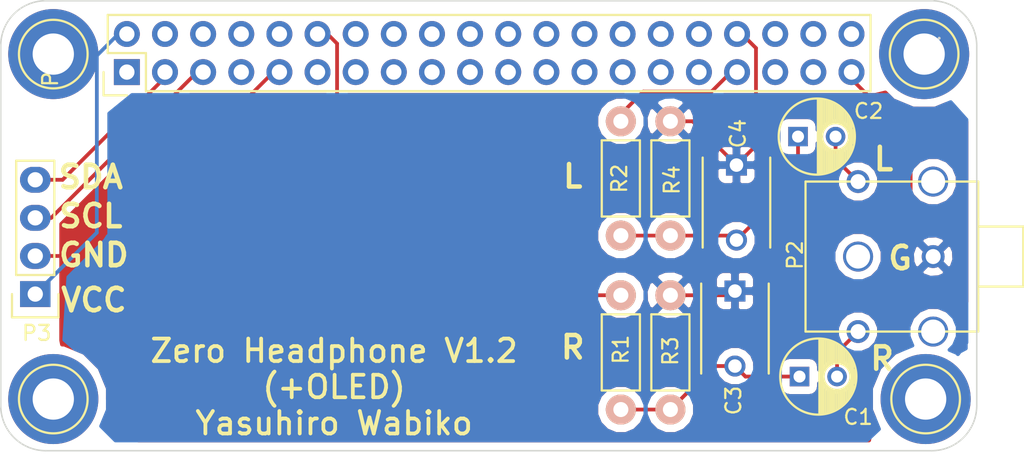
<source format=kicad_pcb>
(kicad_pcb (version 4) (host pcbnew 4.0.4-stable)

  (general
    (links 21)
    (no_connects 0)
    (area 148.451099 74.953599 213.551101 105.053601)
    (thickness 1.6)
    (drawings 23)
    (tracks 58)
    (zones 0)
    (modules 15)
    (nets 43)
  )

  (page A4)
  (layers
    (0 F.Cu signal)
    (31 B.Cu signal)
    (32 B.Adhes user hide)
    (33 F.Adhes user hide)
    (34 B.Paste user hide)
    (35 F.Paste user hide)
    (36 B.SilkS user)
    (37 F.SilkS user)
    (38 B.Mask user)
    (39 F.Mask user)
    (40 Dwgs.User user hide)
    (41 Cmts.User user hide)
    (42 Eco1.User user hide)
    (43 Eco2.User user hide)
    (44 Edge.Cuts user)
    (45 Margin user hide)
    (46 B.CrtYd user hide)
    (47 F.CrtYd user hide)
    (48 B.Fab user hide)
    (49 F.Fab user hide)
  )

  (setup
    (last_trace_width 0.25)
    (trace_clearance 0.2)
    (zone_clearance 0.508)
    (zone_45_only no)
    (trace_min 0.2)
    (segment_width 0.2)
    (edge_width 0.15)
    (via_size 0.6)
    (via_drill 0.4)
    (via_min_size 0.4)
    (via_min_drill 0.3)
    (uvia_size 0.3)
    (uvia_drill 0.1)
    (uvias_allowed no)
    (uvia_min_size 0.2)
    (uvia_min_drill 0.1)
    (pcb_text_width 0.3)
    (pcb_text_size 1.5 1.5)
    (mod_edge_width 0.15)
    (mod_text_size 1 1)
    (mod_text_width 0.15)
    (pad_size 6 6)
    (pad_drill 2.75)
    (pad_to_mask_clearance 0.2)
    (aux_axis_origin 148.5 105.06)
    (grid_origin 50.8 99.06)
    (visible_elements 7FFFFFFF)
    (pcbplotparams
      (layerselection 0x010f0_80000001)
      (usegerberextensions true)
      (excludeedgelayer true)
      (linewidth 0.100000)
      (plotframeref false)
      (viasonmask false)
      (mode 1)
      (useauxorigin false)
      (hpglpennumber 1)
      (hpglpenspeed 20)
      (hpglpendiameter 15)
      (hpglpenoverlay 2)
      (psnegative false)
      (psa4output false)
      (plotreference true)
      (plotvalue true)
      (plotinvisibletext false)
      (padsonsilk false)
      (subtractmaskfromsilk false)
      (outputformat 1)
      (mirror false)
      (drillshape 0)
      (scaleselection 1)
      (outputdirectory ""))
  )

  (net 0 "")
  (net 1 GND)
  (net 2 "Net-(C1-Pad2)")
  (net 3 "Net-(C2-Pad2)")
  (net 4 "Net-(P1-Pad1)")
  (net 5 "Net-(P1-Pad4)")
  (net 6 "Net-(P1-Pad7)")
  (net 7 "Net-(P1-Pad8)")
  (net 8 "Net-(P1-Pad10)")
  (net 9 "Net-(P1-Pad11)")
  (net 10 "Net-(P1-Pad12)")
  (net 11 "Net-(P1-Pad13)")
  (net 12 "Net-(P1-Pad14)")
  (net 13 "Net-(P1-Pad15)")
  (net 14 "Net-(P1-Pad16)")
  (net 15 "Net-(P1-Pad17)")
  (net 16 "Net-(P1-Pad18)")
  (net 17 "Net-(P1-Pad19)")
  (net 18 "Net-(P1-Pad20)")
  (net 19 "Net-(P1-Pad21)")
  (net 20 "Net-(P1-Pad22)")
  (net 21 "Net-(P1-Pad23)")
  (net 22 "Net-(P1-Pad24)")
  (net 23 "Net-(P1-Pad25)")
  (net 24 "Net-(P1-Pad26)")
  (net 25 "Net-(P1-Pad27)")
  (net 26 "Net-(P1-Pad28)")
  (net 27 "Net-(P1-Pad29)")
  (net 28 "Net-(P1-Pad30)")
  (net 29 "Net-(P1-Pad31)")
  (net 30 "Net-(P1-Pad32)")
  (net 31 "Net-(P1-Pad33)")
  (net 32 "Net-(P1-Pad35)")
  (net 33 "Net-(P1-Pad36)")
  (net 34 "Net-(P1-Pad37)")
  (net 35 "Net-(P1-Pad38)")
  (net 36 "Net-(P1-Pad40)")
  (net 37 "Net-(P1-Pad6)")
  (net 38 "Net-(C1-Pad1)")
  (net 39 "Net-(C2-Pad1)")
  (net 40 /VCC)
  (net 41 /SDA)
  (net 42 /SCL)

  (net_class Default "This is the default net class."
    (clearance 0.2)
    (trace_width 0.25)
    (via_dia 0.6)
    (via_drill 0.4)
    (uvia_dia 0.3)
    (uvia_drill 0.1)
    (add_net /SCL)
    (add_net /SDA)
    (add_net /VCC)
    (add_net GND)
    (add_net "Net-(C1-Pad1)")
    (add_net "Net-(C1-Pad2)")
    (add_net "Net-(C2-Pad1)")
    (add_net "Net-(C2-Pad2)")
    (add_net "Net-(P1-Pad1)")
    (add_net "Net-(P1-Pad10)")
    (add_net "Net-(P1-Pad11)")
    (add_net "Net-(P1-Pad12)")
    (add_net "Net-(P1-Pad13)")
    (add_net "Net-(P1-Pad14)")
    (add_net "Net-(P1-Pad15)")
    (add_net "Net-(P1-Pad16)")
    (add_net "Net-(P1-Pad17)")
    (add_net "Net-(P1-Pad18)")
    (add_net "Net-(P1-Pad19)")
    (add_net "Net-(P1-Pad20)")
    (add_net "Net-(P1-Pad21)")
    (add_net "Net-(P1-Pad22)")
    (add_net "Net-(P1-Pad23)")
    (add_net "Net-(P1-Pad24)")
    (add_net "Net-(P1-Pad25)")
    (add_net "Net-(P1-Pad26)")
    (add_net "Net-(P1-Pad27)")
    (add_net "Net-(P1-Pad28)")
    (add_net "Net-(P1-Pad29)")
    (add_net "Net-(P1-Pad30)")
    (add_net "Net-(P1-Pad31)")
    (add_net "Net-(P1-Pad32)")
    (add_net "Net-(P1-Pad33)")
    (add_net "Net-(P1-Pad35)")
    (add_net "Net-(P1-Pad36)")
    (add_net "Net-(P1-Pad37)")
    (add_net "Net-(P1-Pad38)")
    (add_net "Net-(P1-Pad4)")
    (add_net "Net-(P1-Pad40)")
    (add_net "Net-(P1-Pad6)")
    (add_net "Net-(P1-Pad7)")
    (add_net "Net-(P1-Pad8)")
  )

  (module Connect:1pin (layer F.Cu) (tedit 582FC725) (tstamp 582E59D8)
    (at 152 78.56)
    (descr "module 1 pin (ou trou mecanique de percage)")
    (tags DEV)
    (fp_text reference "" (at 0 -3.048) (layer F.SilkS)
      (effects (font (size 1 1) (thickness 0.15)))
    )
    (fp_text value 1pin (at 0 2.794) (layer F.Fab)
      (effects (font (size 1 1) (thickness 0.15)))
    )
    (fp_circle (center 0 0) (end 0 -2.286) (layer F.SilkS) (width 0.15))
    (pad "" np_thru_hole circle (at 0 0) (size 6 6) (drill 2.75) (layers *.Cu *.Mask))
  )

  (module Connect:1pin (layer F.Cu) (tedit 582FC72B) (tstamp 582E59CD)
    (at 152 101.56)
    (descr "module 1 pin (ou trou mecanique de percage)")
    (tags DEV)
    (fp_text reference "" (at 0 -3.048) (layer F.SilkS)
      (effects (font (size 1 1) (thickness 0.15)))
    )
    (fp_text value 1pin (at 0 2.794) (layer F.Fab)
      (effects (font (size 1 1) (thickness 0.15)))
    )
    (fp_circle (center 0 0) (end 0 -2.286) (layer F.SilkS) (width 0.15))
    (pad "" np_thru_hole circle (at 0 0) (size 6 6) (drill 2.75) (layers *.Cu *.Mask))
  )

  (module Connect:1pin (layer F.Cu) (tedit 582FC71D) (tstamp 582E589D)
    (at 210.1 101.56)
    (descr "module 1 pin (ou trou mecanique de percage)")
    (tags DEV)
    (fp_text reference "" (at 0 -3.048) (layer F.SilkS)
      (effects (font (size 1 1) (thickness 0.15)))
    )
    (fp_text value 1pin (at 0 2.794) (layer F.Fab)
      (effects (font (size 1 1) (thickness 0.15)))
    )
    (fp_circle (center 0 0) (end 0 -2.286) (layer F.SilkS) (width 0.15))
    (pad "" np_thru_hole circle (at 0 0) (size 6 6) (drill 2.75) (layers *.Cu *.Mask))
  )

  (module Capacitors_ThroughHole:C_Radial_D5_L6_P2.5 (layer F.Cu) (tedit 582FBDFF) (tstamp 582E4CB8)
    (at 201.7 100.06)
    (descr "Radial Electrolytic Capacitor Diameter 5mm x Length 6mm, Pitch 2.5mm")
    (tags "Electrolytic Capacitor")
    (path /582E4ABD)
    (fp_text reference C1 (at 3.9 2.7) (layer F.SilkS)
      (effects (font (size 1 1) (thickness 0.15)))
    )
    (fp_text value CP (at 1.25 3.8) (layer F.Fab)
      (effects (font (size 1 1) (thickness 0.15)))
    )
    (fp_line (start 1.325 -2.499) (end 1.325 2.499) (layer F.SilkS) (width 0.15))
    (fp_line (start 1.465 -2.491) (end 1.465 2.491) (layer F.SilkS) (width 0.15))
    (fp_line (start 1.605 -2.475) (end 1.605 -0.095) (layer F.SilkS) (width 0.15))
    (fp_line (start 1.605 0.095) (end 1.605 2.475) (layer F.SilkS) (width 0.15))
    (fp_line (start 1.745 -2.451) (end 1.745 -0.49) (layer F.SilkS) (width 0.15))
    (fp_line (start 1.745 0.49) (end 1.745 2.451) (layer F.SilkS) (width 0.15))
    (fp_line (start 1.885 -2.418) (end 1.885 -0.657) (layer F.SilkS) (width 0.15))
    (fp_line (start 1.885 0.657) (end 1.885 2.418) (layer F.SilkS) (width 0.15))
    (fp_line (start 2.025 -2.377) (end 2.025 -0.764) (layer F.SilkS) (width 0.15))
    (fp_line (start 2.025 0.764) (end 2.025 2.377) (layer F.SilkS) (width 0.15))
    (fp_line (start 2.165 -2.327) (end 2.165 -0.835) (layer F.SilkS) (width 0.15))
    (fp_line (start 2.165 0.835) (end 2.165 2.327) (layer F.SilkS) (width 0.15))
    (fp_line (start 2.305 -2.266) (end 2.305 -0.879) (layer F.SilkS) (width 0.15))
    (fp_line (start 2.305 0.879) (end 2.305 2.266) (layer F.SilkS) (width 0.15))
    (fp_line (start 2.445 -2.196) (end 2.445 -0.898) (layer F.SilkS) (width 0.15))
    (fp_line (start 2.445 0.898) (end 2.445 2.196) (layer F.SilkS) (width 0.15))
    (fp_line (start 2.585 -2.114) (end 2.585 -0.896) (layer F.SilkS) (width 0.15))
    (fp_line (start 2.585 0.896) (end 2.585 2.114) (layer F.SilkS) (width 0.15))
    (fp_line (start 2.725 -2.019) (end 2.725 -0.871) (layer F.SilkS) (width 0.15))
    (fp_line (start 2.725 0.871) (end 2.725 2.019) (layer F.SilkS) (width 0.15))
    (fp_line (start 2.865 -1.908) (end 2.865 -0.823) (layer F.SilkS) (width 0.15))
    (fp_line (start 2.865 0.823) (end 2.865 1.908) (layer F.SilkS) (width 0.15))
    (fp_line (start 3.005 -1.78) (end 3.005 -0.745) (layer F.SilkS) (width 0.15))
    (fp_line (start 3.005 0.745) (end 3.005 1.78) (layer F.SilkS) (width 0.15))
    (fp_line (start 3.145 -1.631) (end 3.145 -0.628) (layer F.SilkS) (width 0.15))
    (fp_line (start 3.145 0.628) (end 3.145 1.631) (layer F.SilkS) (width 0.15))
    (fp_line (start 3.285 -1.452) (end 3.285 -0.44) (layer F.SilkS) (width 0.15))
    (fp_line (start 3.285 0.44) (end 3.285 1.452) (layer F.SilkS) (width 0.15))
    (fp_line (start 3.425 -1.233) (end 3.425 1.233) (layer F.SilkS) (width 0.15))
    (fp_line (start 3.565 -0.944) (end 3.565 0.944) (layer F.SilkS) (width 0.15))
    (fp_line (start 3.705 -0.472) (end 3.705 0.472) (layer F.SilkS) (width 0.15))
    (fp_circle (center 2.5 0) (end 2.5 -0.9) (layer F.SilkS) (width 0.15))
    (fp_circle (center 1.25 0) (end 1.25 -2.5375) (layer F.SilkS) (width 0.15))
    (fp_circle (center 1.25 0) (end 1.25 -2.8) (layer F.CrtYd) (width 0.05))
    (pad 1 thru_hole rect (at 0 0) (size 1.3 1.3) (drill 0.8) (layers *.Cu *.Mask)
      (net 38 "Net-(C1-Pad1)"))
    (pad 2 thru_hole circle (at 2.5 0) (size 1.3 1.3) (drill 0.8) (layers *.Cu *.Mask)
      (net 2 "Net-(C1-Pad2)"))
    (model Capacitors_ThroughHole.3dshapes/C_Radial_D5_L6_P2.5.wrl
      (at (xyz 0.0492126 0 0))
      (scale (xyz 1 1 1))
      (rotate (xyz 0 0 90))
    )
  )

  (module Capacitors_ThroughHole:C_Radial_D5_L6_P2.5 (layer F.Cu) (tedit 582FBE02) (tstamp 582E4CBE)
    (at 201.6 84.06)
    (descr "Radial Electrolytic Capacitor Diameter 5mm x Length 6mm, Pitch 2.5mm")
    (tags "Electrolytic Capacitor")
    (path /582E4AFF)
    (fp_text reference C2 (at 4.7 -1.7) (layer F.SilkS)
      (effects (font (size 1 1) (thickness 0.15)))
    )
    (fp_text value CP (at 1.25 3.8) (layer F.Fab)
      (effects (font (size 1 1) (thickness 0.15)))
    )
    (fp_line (start 1.325 -2.499) (end 1.325 2.499) (layer F.SilkS) (width 0.15))
    (fp_line (start 1.465 -2.491) (end 1.465 2.491) (layer F.SilkS) (width 0.15))
    (fp_line (start 1.605 -2.475) (end 1.605 -0.095) (layer F.SilkS) (width 0.15))
    (fp_line (start 1.605 0.095) (end 1.605 2.475) (layer F.SilkS) (width 0.15))
    (fp_line (start 1.745 -2.451) (end 1.745 -0.49) (layer F.SilkS) (width 0.15))
    (fp_line (start 1.745 0.49) (end 1.745 2.451) (layer F.SilkS) (width 0.15))
    (fp_line (start 1.885 -2.418) (end 1.885 -0.657) (layer F.SilkS) (width 0.15))
    (fp_line (start 1.885 0.657) (end 1.885 2.418) (layer F.SilkS) (width 0.15))
    (fp_line (start 2.025 -2.377) (end 2.025 -0.764) (layer F.SilkS) (width 0.15))
    (fp_line (start 2.025 0.764) (end 2.025 2.377) (layer F.SilkS) (width 0.15))
    (fp_line (start 2.165 -2.327) (end 2.165 -0.835) (layer F.SilkS) (width 0.15))
    (fp_line (start 2.165 0.835) (end 2.165 2.327) (layer F.SilkS) (width 0.15))
    (fp_line (start 2.305 -2.266) (end 2.305 -0.879) (layer F.SilkS) (width 0.15))
    (fp_line (start 2.305 0.879) (end 2.305 2.266) (layer F.SilkS) (width 0.15))
    (fp_line (start 2.445 -2.196) (end 2.445 -0.898) (layer F.SilkS) (width 0.15))
    (fp_line (start 2.445 0.898) (end 2.445 2.196) (layer F.SilkS) (width 0.15))
    (fp_line (start 2.585 -2.114) (end 2.585 -0.896) (layer F.SilkS) (width 0.15))
    (fp_line (start 2.585 0.896) (end 2.585 2.114) (layer F.SilkS) (width 0.15))
    (fp_line (start 2.725 -2.019) (end 2.725 -0.871) (layer F.SilkS) (width 0.15))
    (fp_line (start 2.725 0.871) (end 2.725 2.019) (layer F.SilkS) (width 0.15))
    (fp_line (start 2.865 -1.908) (end 2.865 -0.823) (layer F.SilkS) (width 0.15))
    (fp_line (start 2.865 0.823) (end 2.865 1.908) (layer F.SilkS) (width 0.15))
    (fp_line (start 3.005 -1.78) (end 3.005 -0.745) (layer F.SilkS) (width 0.15))
    (fp_line (start 3.005 0.745) (end 3.005 1.78) (layer F.SilkS) (width 0.15))
    (fp_line (start 3.145 -1.631) (end 3.145 -0.628) (layer F.SilkS) (width 0.15))
    (fp_line (start 3.145 0.628) (end 3.145 1.631) (layer F.SilkS) (width 0.15))
    (fp_line (start 3.285 -1.452) (end 3.285 -0.44) (layer F.SilkS) (width 0.15))
    (fp_line (start 3.285 0.44) (end 3.285 1.452) (layer F.SilkS) (width 0.15))
    (fp_line (start 3.425 -1.233) (end 3.425 1.233) (layer F.SilkS) (width 0.15))
    (fp_line (start 3.565 -0.944) (end 3.565 0.944) (layer F.SilkS) (width 0.15))
    (fp_line (start 3.705 -0.472) (end 3.705 0.472) (layer F.SilkS) (width 0.15))
    (fp_circle (center 2.5 0) (end 2.5 -0.9) (layer F.SilkS) (width 0.15))
    (fp_circle (center 1.25 0) (end 1.25 -2.5375) (layer F.SilkS) (width 0.15))
    (fp_circle (center 1.25 0) (end 1.25 -2.8) (layer F.CrtYd) (width 0.05))
    (pad 1 thru_hole rect (at 0 0) (size 1.3 1.3) (drill 0.8) (layers *.Cu *.Mask)
      (net 39 "Net-(C2-Pad1)"))
    (pad 2 thru_hole circle (at 2.5 0) (size 1.3 1.3) (drill 0.8) (layers *.Cu *.Mask)
      (net 3 "Net-(C2-Pad2)"))
    (model Capacitors_ThroughHole.3dshapes/C_Radial_D5_L6_P2.5.wrl
      (at (xyz 0.0492126 0 0))
      (scale (xyz 1 1 1))
      (rotate (xyz 0 0 90))
    )
  )

  (module Capacitors_ThroughHole:C_Disc_D6_P5 (layer F.Cu) (tedit 582FBDF7) (tstamp 582E4CC4)
    (at 197.4 94.36 270)
    (descr "Capacitor 6mm Disc, Pitch 5mm")
    (tags Capacitor)
    (path /582E49FF)
    (fp_text reference C3 (at 7.3 0.1 270) (layer F.SilkS)
      (effects (font (size 1 1) (thickness 0.15)))
    )
    (fp_text value C (at 2.5 3.5 270) (layer F.Fab)
      (effects (font (size 1 1) (thickness 0.15)))
    )
    (fp_line (start -0.95 -2.5) (end 5.95 -2.5) (layer F.CrtYd) (width 0.05))
    (fp_line (start 5.95 -2.5) (end 5.95 2.5) (layer F.CrtYd) (width 0.05))
    (fp_line (start 5.95 2.5) (end -0.95 2.5) (layer F.CrtYd) (width 0.05))
    (fp_line (start -0.95 2.5) (end -0.95 -2.5) (layer F.CrtYd) (width 0.05))
    (fp_line (start -0.5 -2.25) (end 5.5 -2.25) (layer F.SilkS) (width 0.15))
    (fp_line (start 5.5 2.25) (end -0.5 2.25) (layer F.SilkS) (width 0.15))
    (pad 1 thru_hole rect (at 0 0 270) (size 1.4 1.4) (drill 0.9) (layers *.Cu *.Mask)
      (net 1 GND))
    (pad 2 thru_hole circle (at 5 0 270) (size 1.4 1.4) (drill 0.9) (layers *.Cu *.Mask)
      (net 38 "Net-(C1-Pad1)"))
    (model Capacitors_ThroughHole.3dshapes/C_Disc_D6_P5.wrl
      (at (xyz 0.0984252 0 0))
      (scale (xyz 1 1 1))
      (rotate (xyz 0 0 0))
    )
  )

  (module Capacitors_ThroughHole:C_Disc_D6_P5 (layer F.Cu) (tedit 582FBDF4) (tstamp 582E4CCA)
    (at 197.5 85.96 270)
    (descr "Capacitor 6mm Disc, Pitch 5mm")
    (tags Capacitor)
    (path /582E4A93)
    (fp_text reference C4 (at -2.1 -0.1 270) (layer F.SilkS)
      (effects (font (size 1 1) (thickness 0.15)))
    )
    (fp_text value C (at 2.5 3.5 270) (layer F.Fab)
      (effects (font (size 1 1) (thickness 0.15)))
    )
    (fp_line (start -0.95 -2.5) (end 5.95 -2.5) (layer F.CrtYd) (width 0.05))
    (fp_line (start 5.95 -2.5) (end 5.95 2.5) (layer F.CrtYd) (width 0.05))
    (fp_line (start 5.95 2.5) (end -0.95 2.5) (layer F.CrtYd) (width 0.05))
    (fp_line (start -0.95 2.5) (end -0.95 -2.5) (layer F.CrtYd) (width 0.05))
    (fp_line (start -0.5 -2.25) (end 5.5 -2.25) (layer F.SilkS) (width 0.15))
    (fp_line (start 5.5 2.25) (end -0.5 2.25) (layer F.SilkS) (width 0.15))
    (pad 1 thru_hole rect (at 0 0 270) (size 1.4 1.4) (drill 0.9) (layers *.Cu *.Mask)
      (net 1 GND))
    (pad 2 thru_hole circle (at 5 0 270) (size 1.4 1.4) (drill 0.9) (layers *.Cu *.Mask)
      (net 39 "Net-(C2-Pad1)"))
    (model Capacitors_ThroughHole.3dshapes/C_Disc_D6_P5.wrl
      (at (xyz 0.0984252 0 0))
      (scale (xyz 1 1 1))
      (rotate (xyz 0 0 0))
    )
  )

  (module Pin_Headers:Pin_Header_Straight_2x20 (layer F.Cu) (tedit 0) (tstamp 582E4CF6)
    (at 156.9 79.76 90)
    (descr "Through hole pin header")
    (tags "pin header")
    (path /582E40D1)
    (fp_text reference P1 (at 0 -5.1 90) (layer F.SilkS)
      (effects (font (size 1 1) (thickness 0.15)))
    )
    (fp_text value CONN_02X20 (at 0 -3.1 90) (layer F.Fab)
      (effects (font (size 1 1) (thickness 0.15)))
    )
    (fp_line (start -1.75 -1.75) (end -1.75 50.05) (layer F.CrtYd) (width 0.05))
    (fp_line (start 4.3 -1.75) (end 4.3 50.05) (layer F.CrtYd) (width 0.05))
    (fp_line (start -1.75 -1.75) (end 4.3 -1.75) (layer F.CrtYd) (width 0.05))
    (fp_line (start -1.75 50.05) (end 4.3 50.05) (layer F.CrtYd) (width 0.05))
    (fp_line (start 3.81 49.53) (end 3.81 -1.27) (layer F.SilkS) (width 0.15))
    (fp_line (start -1.27 1.27) (end -1.27 49.53) (layer F.SilkS) (width 0.15))
    (fp_line (start 3.81 49.53) (end -1.27 49.53) (layer F.SilkS) (width 0.15))
    (fp_line (start 3.81 -1.27) (end 1.27 -1.27) (layer F.SilkS) (width 0.15))
    (fp_line (start 0 -1.55) (end -1.55 -1.55) (layer F.SilkS) (width 0.15))
    (fp_line (start 1.27 -1.27) (end 1.27 1.27) (layer F.SilkS) (width 0.15))
    (fp_line (start 1.27 1.27) (end -1.27 1.27) (layer F.SilkS) (width 0.15))
    (fp_line (start -1.55 -1.55) (end -1.55 0) (layer F.SilkS) (width 0.15))
    (pad 1 thru_hole rect (at 0 0 90) (size 1.7272 1.7272) (drill 1.016) (layers *.Cu *.Mask)
      (net 4 "Net-(P1-Pad1)"))
    (pad 2 thru_hole oval (at 2.54 0 90) (size 1.7272 1.7272) (drill 1.016) (layers *.Cu *.Mask)
      (net 40 /VCC))
    (pad 3 thru_hole oval (at 0 2.54 90) (size 1.7272 1.7272) (drill 1.016) (layers *.Cu *.Mask)
      (net 41 /SDA))
    (pad 4 thru_hole oval (at 2.54 2.54 90) (size 1.7272 1.7272) (drill 1.016) (layers *.Cu *.Mask)
      (net 5 "Net-(P1-Pad4)"))
    (pad 5 thru_hole oval (at 0 5.08 90) (size 1.7272 1.7272) (drill 1.016) (layers *.Cu *.Mask)
      (net 42 /SCL))
    (pad 6 thru_hole oval (at 2.54 5.08 90) (size 1.7272 1.7272) (drill 1.016) (layers *.Cu *.Mask)
      (net 37 "Net-(P1-Pad6)"))
    (pad 7 thru_hole oval (at 0 7.62 90) (size 1.7272 1.7272) (drill 1.016) (layers *.Cu *.Mask)
      (net 6 "Net-(P1-Pad7)"))
    (pad 8 thru_hole oval (at 2.54 7.62 90) (size 1.7272 1.7272) (drill 1.016) (layers *.Cu *.Mask)
      (net 7 "Net-(P1-Pad8)"))
    (pad 9 thru_hole oval (at 0 10.16 90) (size 1.7272 1.7272) (drill 1.016) (layers *.Cu *.Mask)
      (net 1 GND))
    (pad 10 thru_hole oval (at 2.54 10.16 90) (size 1.7272 1.7272) (drill 1.016) (layers *.Cu *.Mask)
      (net 8 "Net-(P1-Pad10)"))
    (pad 11 thru_hole oval (at 0 12.7 90) (size 1.7272 1.7272) (drill 1.016) (layers *.Cu *.Mask)
      (net 9 "Net-(P1-Pad11)"))
    (pad 12 thru_hole oval (at 2.54 12.7 90) (size 1.7272 1.7272) (drill 1.016) (layers *.Cu *.Mask)
      (net 10 "Net-(P1-Pad12)"))
    (pad 13 thru_hole oval (at 0 15.24 90) (size 1.7272 1.7272) (drill 1.016) (layers *.Cu *.Mask)
      (net 11 "Net-(P1-Pad13)"))
    (pad 14 thru_hole oval (at 2.54 15.24 90) (size 1.7272 1.7272) (drill 1.016) (layers *.Cu *.Mask)
      (net 12 "Net-(P1-Pad14)"))
    (pad 15 thru_hole oval (at 0 17.78 90) (size 1.7272 1.7272) (drill 1.016) (layers *.Cu *.Mask)
      (net 13 "Net-(P1-Pad15)"))
    (pad 16 thru_hole oval (at 2.54 17.78 90) (size 1.7272 1.7272) (drill 1.016) (layers *.Cu *.Mask)
      (net 14 "Net-(P1-Pad16)"))
    (pad 17 thru_hole oval (at 0 20.32 90) (size 1.7272 1.7272) (drill 1.016) (layers *.Cu *.Mask)
      (net 15 "Net-(P1-Pad17)"))
    (pad 18 thru_hole oval (at 2.54 20.32 90) (size 1.7272 1.7272) (drill 1.016) (layers *.Cu *.Mask)
      (net 16 "Net-(P1-Pad18)"))
    (pad 19 thru_hole oval (at 0 22.86 90) (size 1.7272 1.7272) (drill 1.016) (layers *.Cu *.Mask)
      (net 17 "Net-(P1-Pad19)"))
    (pad 20 thru_hole oval (at 2.54 22.86 90) (size 1.7272 1.7272) (drill 1.016) (layers *.Cu *.Mask)
      (net 18 "Net-(P1-Pad20)"))
    (pad 21 thru_hole oval (at 0 25.4 90) (size 1.7272 1.7272) (drill 1.016) (layers *.Cu *.Mask)
      (net 19 "Net-(P1-Pad21)"))
    (pad 22 thru_hole oval (at 2.54 25.4 90) (size 1.7272 1.7272) (drill 1.016) (layers *.Cu *.Mask)
      (net 20 "Net-(P1-Pad22)"))
    (pad 23 thru_hole oval (at 0 27.94 90) (size 1.7272 1.7272) (drill 1.016) (layers *.Cu *.Mask)
      (net 21 "Net-(P1-Pad23)"))
    (pad 24 thru_hole oval (at 2.54 27.94 90) (size 1.7272 1.7272) (drill 1.016) (layers *.Cu *.Mask)
      (net 22 "Net-(P1-Pad24)"))
    (pad 25 thru_hole oval (at 0 30.48 90) (size 1.7272 1.7272) (drill 1.016) (layers *.Cu *.Mask)
      (net 23 "Net-(P1-Pad25)"))
    (pad 26 thru_hole oval (at 2.54 30.48 90) (size 1.7272 1.7272) (drill 1.016) (layers *.Cu *.Mask)
      (net 24 "Net-(P1-Pad26)"))
    (pad 27 thru_hole oval (at 0 33.02 90) (size 1.7272 1.7272) (drill 1.016) (layers *.Cu *.Mask)
      (net 25 "Net-(P1-Pad27)"))
    (pad 28 thru_hole oval (at 2.54 33.02 90) (size 1.7272 1.7272) (drill 1.016) (layers *.Cu *.Mask)
      (net 26 "Net-(P1-Pad28)"))
    (pad 29 thru_hole oval (at 0 35.56 90) (size 1.7272 1.7272) (drill 1.016) (layers *.Cu *.Mask)
      (net 27 "Net-(P1-Pad29)"))
    (pad 30 thru_hole oval (at 2.54 35.56 90) (size 1.7272 1.7272) (drill 1.016) (layers *.Cu *.Mask)
      (net 28 "Net-(P1-Pad30)"))
    (pad 31 thru_hole oval (at 0 38.1 90) (size 1.7272 1.7272) (drill 1.016) (layers *.Cu *.Mask)
      (net 29 "Net-(P1-Pad31)"))
    (pad 32 thru_hole oval (at 2.54 38.1 90) (size 1.7272 1.7272) (drill 1.016) (layers *.Cu *.Mask)
      (net 30 "Net-(P1-Pad32)"))
    (pad 33 thru_hole oval (at 0 40.64 90) (size 1.7272 1.7272) (drill 1.016) (layers *.Cu *.Mask)
      (net 31 "Net-(P1-Pad33)"))
    (pad 34 thru_hole oval (at 2.54 40.64 90) (size 1.7272 1.7272) (drill 1.016) (layers *.Cu *.Mask)
      (net 1 GND))
    (pad 35 thru_hole oval (at 0 43.18 90) (size 1.7272 1.7272) (drill 1.016) (layers *.Cu *.Mask)
      (net 32 "Net-(P1-Pad35)"))
    (pad 36 thru_hole oval (at 2.54 43.18 90) (size 1.7272 1.7272) (drill 1.016) (layers *.Cu *.Mask)
      (net 33 "Net-(P1-Pad36)"))
    (pad 37 thru_hole oval (at 0 45.72 90) (size 1.7272 1.7272) (drill 1.016) (layers *.Cu *.Mask)
      (net 34 "Net-(P1-Pad37)"))
    (pad 38 thru_hole oval (at 2.54 45.72 90) (size 1.7272 1.7272) (drill 1.016) (layers *.Cu *.Mask)
      (net 35 "Net-(P1-Pad38)"))
    (pad 39 thru_hole oval (at 0 48.26 90) (size 1.7272 1.7272) (drill 1.016) (layers *.Cu *.Mask)
      (net 1 GND))
    (pad 40 thru_hole oval (at 2.54 48.26 90) (size 1.7272 1.7272) (drill 1.016) (layers *.Cu *.Mask)
      (net 36 "Net-(P1-Pad40)"))
    (model Pin_Headers.3dshapes/Pin_Header_Straight_2x20.wrl
      (at (xyz 0.05 -0.95 0))
      (scale (xyz 1 1 1))
      (rotate (xyz 0 0 90))
    )
  )

  (module Resistors_ThroughHole:Resistor_Horizontal_RM7mm (layer F.Cu) (tedit 582E807E) (tstamp 582E4D0C)
    (at 189.8 102.26 90)
    (descr "Resistor, Axial,  RM 7.62mm, 1/3W,")
    (tags "Resistor Axial RM 7.62mm 1/3W R3")
    (path /582E4830)
    (fp_text reference R1 (at 4 0 90) (layer F.SilkS)
      (effects (font (size 1 1) (thickness 0.15)))
    )
    (fp_text value R (at 3.81 3.81 90) (layer F.Fab)
      (effects (font (size 1 1) (thickness 0.15)))
    )
    (fp_line (start -1.25 -1.5) (end 8.85 -1.5) (layer F.CrtYd) (width 0.05))
    (fp_line (start -1.25 1.5) (end -1.25 -1.5) (layer F.CrtYd) (width 0.05))
    (fp_line (start 8.85 -1.5) (end 8.85 1.5) (layer F.CrtYd) (width 0.05))
    (fp_line (start -1.25 1.5) (end 8.85 1.5) (layer F.CrtYd) (width 0.05))
    (fp_line (start 1.27 -1.27) (end 6.35 -1.27) (layer F.SilkS) (width 0.15))
    (fp_line (start 6.35 -1.27) (end 6.35 1.27) (layer F.SilkS) (width 0.15))
    (fp_line (start 6.35 1.27) (end 1.27 1.27) (layer F.SilkS) (width 0.15))
    (fp_line (start 1.27 1.27) (end 1.27 -1.27) (layer F.SilkS) (width 0.15))
    (pad 1 thru_hole circle (at 0 0 90) (size 1.99898 1.99898) (drill 1.00076) (layers *.Cu *.SilkS *.Mask)
      (net 38 "Net-(C1-Pad1)"))
    (pad 2 thru_hole circle (at 7.62 0 90) (size 1.99898 1.99898) (drill 1.00076) (layers *.Cu *.SilkS *.Mask)
      (net 10 "Net-(P1-Pad12)"))
  )

  (module Resistors_ThroughHole:Resistor_Horizontal_RM7mm (layer F.Cu) (tedit 582E8091) (tstamp 582E4D12)
    (at 189.8 90.66 90)
    (descr "Resistor, Axial,  RM 7.62mm, 1/3W,")
    (tags "Resistor Axial RM 7.62mm 1/3W R3")
    (path /582E495C)
    (fp_text reference R2 (at 3.8 -0.1 90) (layer F.SilkS)
      (effects (font (size 1 1) (thickness 0.15)))
    )
    (fp_text value R (at 3.81 3.81 90) (layer F.Fab)
      (effects (font (size 1 1) (thickness 0.15)))
    )
    (fp_line (start -1.25 -1.5) (end 8.85 -1.5) (layer F.CrtYd) (width 0.05))
    (fp_line (start -1.25 1.5) (end -1.25 -1.5) (layer F.CrtYd) (width 0.05))
    (fp_line (start 8.85 -1.5) (end 8.85 1.5) (layer F.CrtYd) (width 0.05))
    (fp_line (start -1.25 1.5) (end 8.85 1.5) (layer F.CrtYd) (width 0.05))
    (fp_line (start 1.27 -1.27) (end 6.35 -1.27) (layer F.SilkS) (width 0.15))
    (fp_line (start 6.35 -1.27) (end 6.35 1.27) (layer F.SilkS) (width 0.15))
    (fp_line (start 6.35 1.27) (end 1.27 1.27) (layer F.SilkS) (width 0.15))
    (fp_line (start 1.27 1.27) (end 1.27 -1.27) (layer F.SilkS) (width 0.15))
    (pad 1 thru_hole circle (at 0 0 90) (size 1.99898 1.99898) (drill 1.00076) (layers *.Cu *.SilkS *.Mask)
      (net 39 "Net-(C2-Pad1)"))
    (pad 2 thru_hole circle (at 7.62 0 90) (size 1.99898 1.99898) (drill 1.00076) (layers *.Cu *.SilkS *.Mask)
      (net 31 "Net-(P1-Pad33)"))
  )

  (module Resistors_ThroughHole:Resistor_Horizontal_RM7mm (layer F.Cu) (tedit 582E80A0) (tstamp 582E4D18)
    (at 193.1 102.26 90)
    (descr "Resistor, Axial,  RM 7.62mm, 1/3W,")
    (tags "Resistor Axial RM 7.62mm 1/3W R3")
    (path /582E4990)
    (fp_text reference R3 (at 3.9 0 90) (layer F.SilkS)
      (effects (font (size 1 1) (thickness 0.15)))
    )
    (fp_text value R (at 3.81 3.81 90) (layer F.Fab)
      (effects (font (size 1 1) (thickness 0.15)))
    )
    (fp_line (start -1.25 -1.5) (end 8.85 -1.5) (layer F.CrtYd) (width 0.05))
    (fp_line (start -1.25 1.5) (end -1.25 -1.5) (layer F.CrtYd) (width 0.05))
    (fp_line (start 8.85 -1.5) (end 8.85 1.5) (layer F.CrtYd) (width 0.05))
    (fp_line (start -1.25 1.5) (end 8.85 1.5) (layer F.CrtYd) (width 0.05))
    (fp_line (start 1.27 -1.27) (end 6.35 -1.27) (layer F.SilkS) (width 0.15))
    (fp_line (start 6.35 -1.27) (end 6.35 1.27) (layer F.SilkS) (width 0.15))
    (fp_line (start 6.35 1.27) (end 1.27 1.27) (layer F.SilkS) (width 0.15))
    (fp_line (start 1.27 1.27) (end 1.27 -1.27) (layer F.SilkS) (width 0.15))
    (pad 1 thru_hole circle (at 0 0 90) (size 1.99898 1.99898) (drill 1.00076) (layers *.Cu *.SilkS *.Mask)
      (net 38 "Net-(C1-Pad1)"))
    (pad 2 thru_hole circle (at 7.62 0 90) (size 1.99898 1.99898) (drill 1.00076) (layers *.Cu *.SilkS *.Mask)
      (net 1 GND))
  )

  (module Resistors_ThroughHole:Resistor_Horizontal_RM7mm (layer F.Cu) (tedit 582E8099) (tstamp 582E4D1E)
    (at 193.1 90.66 90)
    (descr "Resistor, Axial,  RM 7.62mm, 1/3W,")
    (tags "Resistor Axial RM 7.62mm 1/3W R3")
    (path /582E49C7)
    (fp_text reference R4 (at 3.7 0.1 90) (layer F.SilkS)
      (effects (font (size 1 1) (thickness 0.15)))
    )
    (fp_text value R (at 3.81 3.81 90) (layer F.Fab)
      (effects (font (size 1 1) (thickness 0.15)))
    )
    (fp_line (start -1.25 -1.5) (end 8.85 -1.5) (layer F.CrtYd) (width 0.05))
    (fp_line (start -1.25 1.5) (end -1.25 -1.5) (layer F.CrtYd) (width 0.05))
    (fp_line (start 8.85 -1.5) (end 8.85 1.5) (layer F.CrtYd) (width 0.05))
    (fp_line (start -1.25 1.5) (end 8.85 1.5) (layer F.CrtYd) (width 0.05))
    (fp_line (start 1.27 -1.27) (end 6.35 -1.27) (layer F.SilkS) (width 0.15))
    (fp_line (start 6.35 -1.27) (end 6.35 1.27) (layer F.SilkS) (width 0.15))
    (fp_line (start 6.35 1.27) (end 1.27 1.27) (layer F.SilkS) (width 0.15))
    (fp_line (start 1.27 1.27) (end 1.27 -1.27) (layer F.SilkS) (width 0.15))
    (pad 1 thru_hole circle (at 0 0 90) (size 1.99898 1.99898) (drill 1.00076) (layers *.Cu *.SilkS *.Mask)
      (net 39 "Net-(C2-Pad1)"))
    (pad 2 thru_hole circle (at 7.62 0 90) (size 1.99898 1.99898) (drill 1.00076) (layers *.Cu *.SilkS *.Mask)
      (net 1 GND))
  )

  (module Connect:1pin (layer F.Cu) (tedit 582FC714) (tstamp 582E53DD)
    (at 210 78.56)
    (descr "module 1 pin (ou trou mecanique de percage)")
    (tags DEV)
    (fp_text reference "" (at 0 -3.048) (layer F.SilkS)
      (effects (font (size 1 1) (thickness 0.15)))
    )
    (fp_text value 1pin (at 0 2.794) (layer F.Fab)
      (effects (font (size 1 1) (thickness 0.15)))
    )
    (fp_circle (center 0 0) (end 0 -2.286) (layer F.SilkS) (width 0.15))
    (pad "" np_thru_hole circle (at 0 0) (size 6 6) (drill 2.75) (layers *.Cu *.Mask))
  )

  (module Pin_Headers:Pin_Header_Straight_1x04 (layer F.Cu) (tedit 582F7548) (tstamp 582E6F5F)
    (at 150.8 94.56 180)
    (descr "Through hole pin header")
    (tags "pin header")
    (path /582E6C92)
    (fp_text reference P3 (at -0.1 -2.6 180) (layer F.SilkS)
      (effects (font (size 1 1) (thickness 0.15)))
    )
    (fp_text value CONN_01X04 (at 0 -3.1 180) (layer F.Fab)
      (effects (font (size 1 1) (thickness 0.15)))
    )
    (fp_line (start -1.75 -1.75) (end -1.75 9.4) (layer F.CrtYd) (width 0.05))
    (fp_line (start 1.75 -1.75) (end 1.75 9.4) (layer F.CrtYd) (width 0.05))
    (fp_line (start -1.75 -1.75) (end 1.75 -1.75) (layer F.CrtYd) (width 0.05))
    (fp_line (start -1.75 9.4) (end 1.75 9.4) (layer F.CrtYd) (width 0.05))
    (fp_line (start -1.27 1.27) (end -1.27 8.89) (layer F.SilkS) (width 0.15))
    (fp_line (start 1.27 1.27) (end 1.27 8.89) (layer F.SilkS) (width 0.15))
    (fp_line (start 1.55 -1.55) (end 1.55 0) (layer F.SilkS) (width 0.15))
    (fp_line (start -1.27 8.89) (end 1.27 8.89) (layer F.SilkS) (width 0.15))
    (fp_line (start 1.27 1.27) (end -1.27 1.27) (layer F.SilkS) (width 0.15))
    (fp_line (start -1.55 0) (end -1.55 -1.55) (layer F.SilkS) (width 0.15))
    (fp_line (start -1.55 -1.55) (end 1.55 -1.55) (layer F.SilkS) (width 0.15))
    (pad 1 thru_hole rect (at 0 0 180) (size 2.032 1.7272) (drill 1.016) (layers *.Cu *.Mask)
      (net 40 /VCC))
    (pad 2 thru_hole oval (at 0 2.54 180) (size 2.032 1.7272) (drill 1.016) (layers *.Cu *.Mask)
      (net 1 GND))
    (pad 3 thru_hole oval (at 0 5.08 180) (size 2.032 1.7272) (drill 1.016) (layers *.Cu *.Mask)
      (net 42 /SCL))
    (pad 4 thru_hole oval (at 0 7.62 180) (size 2.032 1.7272) (drill 1.016) (layers *.Cu *.Mask)
      (net 41 /SDA))
    (model Pin_Headers.3dshapes/Pin_Header_Straight_1x04.wrl
      (at (xyz 0 -0.15 0))
      (scale (xyz 1 1 1))
      (rotate (xyz 0 0 90))
    )
  )

  (module lib:SJ1-3553NG-ND (layer F.Cu) (tedit 582FBE94) (tstamp 582F6F72)
    (at 209.6 85.06 180)
    (path /582E4324)
    (fp_text reference P2 (at 8.2 -6.9 270) (layer F.SilkS)
      (effects (font (size 1 1) (thickness 0.15)))
    )
    (fp_text value CONN_01X03 (at 0 -0.5 180) (layer F.Fab)
      (effects (font (size 1 1) (thickness 0.15)))
    )
    (fp_line (start 7.5 -2) (end 4 -2) (layer F.SilkS) (width 0.15))
    (fp_line (start 4 -12) (end 7.5 -12) (layer F.SilkS) (width 0.15))
    (fp_line (start 7.5 -12) (end 7.5 -2) (layer F.SilkS) (width 0.15))
    (fp_line (start -4 -2) (end -4 -4.5) (layer F.SilkS) (width 0.15))
    (fp_line (start 4 -2) (end -4 -2) (layer F.SilkS) (width 0.15))
    (fp_line (start 4 -12) (end -4 -12) (layer F.SilkS) (width 0.15))
    (fp_line (start -4 -12) (end -4 -9.5) (layer F.SilkS) (width 0.15))
    (fp_line (start -4 -9) (end -7 -9) (layer F.SilkS) (width 0.15))
    (fp_line (start -7 -9) (end -7 -5) (layer F.SilkS) (width 0.15))
    (fp_line (start -7 -5) (end -4 -5) (layer F.SilkS) (width 0.15))
    (fp_line (start -4 -9.5) (end -4 -4.5) (layer F.SilkS) (width 0.15))
    (pad "" np_thru_hole circle (at -1 -12 180) (size 2 2) (drill 1.6) (layers *.Cu *.Mask))
    (pad "" np_thru_hole circle (at -1 -2 180) (size 2 2) (drill 1.6) (layers *.Cu *.Mask))
    (pad 3 thru_hole circle (at 4 -12 180) (size 1.524 1.524) (drill 1) (layers *.Cu *.Mask)
      (net 2 "Net-(C1-Pad2)"))
    (pad "" np_thru_hole circle (at 4 -7 180) (size 2 2) (drill 1.6) (layers *.Cu *.Mask))
    (pad 1 thru_hole circle (at -1 -7 180) (size 1.524 1.524) (drill 1) (layers *.Cu *.Mask)
      (net 1 GND))
    (pad 2 thru_hole circle (at 4 -2 180) (size 1.524 1.524) (drill 1) (layers *.Cu *.Mask)
      (net 3 "Net-(C2-Pad2)"))
  )

  (gr_text SDA (at 154.5 86.76) (layer F.SilkS)
    (effects (font (size 1.5 1.5) (thickness 0.3)))
  )
  (gr_text SCL (at 154.5 89.36) (layer F.SilkS)
    (effects (font (size 1.5 1.5) (thickness 0.3)))
  )
  (gr_text GND (at 154.7 91.96) (layer F.SilkS)
    (effects (font (size 1.5 1.5) (thickness 0.3)))
  )
  (gr_text VCC (at 154.7 94.96) (layer F.SilkS)
    (effects (font (size 1.5 1.5) (thickness 0.3)))
  )
  (gr_text L (at 186.6 86.71) (layer F.SilkS) (tstamp 582F774F)
    (effects (font (size 1.5 1.5) (thickness 0.3)))
  )
  (gr_text R (at 186.6 98.11) (layer F.SilkS)
    (effects (font (size 1.5 1.5) (thickness 0.3)))
  )
  (gr_text L (at 207.3 85.56) (layer F.SilkS)
    (effects (font (size 1.5 1.5) (thickness 0.3)))
  )
  (gr_text R (at 207.2 98.86) (layer F.SilkS)
    (effects (font (size 1.5 1.5) (thickness 0.3)))
  )
  (gr_text G (at 208.4 92.16) (layer F.SilkS)
    (effects (font (size 1.5 1.5) (thickness 0.3)))
  )
  (gr_text "Zero Headphone V1.2\n(+OLED)\nYasuhiro Wabiko\n" (at 170.7 100.76) (layer F.SilkS)
    (effects (font (size 1.5 1.5) (thickness 0.25)))
  )
  (gr_line (start 152 78.46) (end 152 77.46) (angle 90) (layer B.SilkS) (width 0.2))
  (gr_line (start 148.5011 102.0036) (end 148.5011 78.0036) (layer Edge.Cuts) (width 0.1))
  (gr_line (start 210.5011 105.0036) (end 151.5011 105.0036) (layer Edge.Cuts) (width 0.1))
  (gr_line (start 213.5011 78.0036) (end 213.5011 102.0036) (layer Edge.Cuts) (width 0.1))
  (gr_line (start 151.5011 75.0036) (end 210.5011 75.0036) (layer Edge.Cuts) (width 0.1))
  (gr_arc (start 151.5011 78.0036) (end 151.5011 75.0036) (angle -90) (layer Edge.Cuts) (width 0.1))
  (gr_circle (center 152.0011 77.5036) (end 152.0011 77.5036) (layer Edge.Cuts) (width 0.1))
  (gr_arc (start 210.5011 78.0036) (end 213.5011 78.0036) (angle -90) (layer Edge.Cuts) (width 0.1))
  (gr_circle (center 211.0011 77.5036) (end 211.0011 77.5036) (layer Edge.Cuts) (width 0.1))
  (gr_arc (start 210.5011 102.0036) (end 210.5011 105.0036) (angle -90) (layer Edge.Cuts) (width 0.1))
  (gr_circle (center 211.0011 101.5036) (end 211.0011 101.5036) (layer Edge.Cuts) (width 0.1))
  (gr_arc (start 151.5011 102.0036) (end 148.5011 102.0036) (angle -90) (layer Edge.Cuts) (width 0.1))
  (gr_circle (center 152.0011 101.5036) (end 152.0011 101.5036) (layer Edge.Cuts) (width 0.1))

  (segment (start 205.16 79.36) (end 205.16 80.22) (width 0.25) (layer F.Cu) (net 1))
  (segment (start 205.16 80.22) (end 209.1 84.16) (width 0.25) (layer F.Cu) (net 1) (tstamp 582FBDAB))
  (segment (start 209.1 84.16) (end 209.1 90.56) (width 0.25) (layer F.Cu) (net 1) (tstamp 582FBDAC))
  (segment (start 209.1 90.56) (end 210.6 92.06) (width 0.25) (layer F.Cu) (net 1) (tstamp 582FBDAE))
  (segment (start 197.4 94.36) (end 208.3 94.36) (width 0.25) (layer F.Cu) (net 1))
  (segment (start 208.3 94.36) (end 210.6 92.06) (width 0.25) (layer F.Cu) (net 1) (tstamp 582FBD8A))
  (segment (start 193.1 94.64) (end 197.12 94.64) (width 0.25) (layer F.Cu) (net 1))
  (segment (start 197.12 94.64) (end 197.4 94.36) (width 0.25) (layer F.Cu) (net 1) (tstamp 582FBD87))
  (segment (start 193.1 83.04) (end 194.58 83.04) (width 0.25) (layer F.Cu) (net 1))
  (segment (start 194.58 83.04) (end 197.5 85.96) (width 0.25) (layer F.Cu) (net 1) (tstamp 582FBD83))
  (segment (start 197.54 76.82) (end 197.54 76.9) (width 0.25) (layer F.Cu) (net 1))
  (segment (start 197.54 76.9) (end 198.8 78.16) (width 0.25) (layer F.Cu) (net 1) (tstamp 582FBD7C))
  (segment (start 198.8 84.66) (end 197.5 85.96) (width 0.25) (layer F.Cu) (net 1) (tstamp 582FBD7F))
  (segment (start 198.8 78.16) (end 198.8 84.66) (width 0.25) (layer F.Cu) (net 1) (tstamp 582FBD7D))
  (segment (start 197.54 76.82) (end 197.66 76.82) (width 0.25) (layer F.Cu) (net 1))
  (segment (start 193.22 94.06) (end 193.1 93.94) (width 0.25) (layer F.Cu) (net 1) (tstamp 582F771B))
  (segment (start 150.8 92.02) (end 154.4 92.02) (width 0.25) (layer F.Cu) (net 1))
  (segment (start 154.4 92.02) (end 167.06 79.36) (width 0.25) (layer F.Cu) (net 1) (tstamp 582F772C))
  (segment (start 204.2 100.06) (end 204.2 98.46) (width 0.25) (layer F.Cu) (net 2))
  (segment (start 204.2 98.46) (end 205.6 97.06) (width 0.25) (layer F.Cu) (net 2) (tstamp 582FBD99))
  (segment (start 204.1 84.06) (end 204.1 85.56) (width 0.25) (layer F.Cu) (net 3))
  (segment (start 204.1 85.56) (end 205.6 87.06) (width 0.25) (layer F.Cu) (net 3) (tstamp 582FBD8E))
  (segment (start 169.6 76.82) (end 169.86 76.82) (width 0.25) (layer F.Cu) (net 10))
  (segment (start 169.86 76.82) (end 170.9 77.86) (width 0.25) (layer F.Cu) (net 10) (tstamp 582FB437))
  (segment (start 183.88 94.64) (end 189.8 94.64) (width 0.25) (layer F.Cu) (net 10) (tstamp 582FB447))
  (segment (start 170.9 81.66) (end 183.88 94.64) (width 0.25) (layer F.Cu) (net 10) (tstamp 582FB43C))
  (segment (start 170.9 77.86) (end 170.9 81.66) (width 0.25) (layer F.Cu) (net 10) (tstamp 582FB438))
  (segment (start 169.6 76.82) (end 169.76 76.82) (width 0.25) (layer F.Cu) (net 10))
  (segment (start 169.6 76.82) (end 170.16 76.82) (width 0.25) (layer F.Cu) (net 10))
  (segment (start 189.8 83.04) (end 189.8 82.56) (width 0.25) (layer F.Cu) (net 31))
  (segment (start 189.8 82.56) (end 191.3 81.06) (width 0.25) (layer F.Cu) (net 31) (tstamp 582F76FD))
  (segment (start 191.3 81.06) (end 195.84 81.06) (width 0.25) (layer F.Cu) (net 31) (tstamp 582F76FE))
  (segment (start 195.84 81.06) (end 197.54 79.36) (width 0.25) (layer F.Cu) (net 31) (tstamp 582F7700))
  (segment (start 161.98 76.82) (end 162.36 76.82) (width 0.25) (layer F.Cu) (net 37))
  (segment (start 161.98 76.94) (end 161.98 76.82) (width 0.25) (layer B.Cu) (net 37) (tstamp 582E586E))
  (segment (start 161.98 76.82) (end 161.64 76.82) (width 0.25) (layer F.Cu) (net 37))
  (segment (start 197.4 99.36) (end 196 99.36) (width 0.25) (layer F.Cu) (net 38))
  (segment (start 196 99.36) (end 193.1 102.26) (width 0.25) (layer F.Cu) (net 38) (tstamp 582FBD9D))
  (segment (start 201.7 100.06) (end 198.1 100.06) (width 0.25) (layer F.Cu) (net 38))
  (segment (start 198.1 100.06) (end 197.4 99.36) (width 0.25) (layer F.Cu) (net 38) (tstamp 582FBD96))
  (segment (start 189.8 102.26) (end 193.1 102.26) (width 0.25) (layer F.Cu) (net 38))
  (segment (start 193.1 90.66) (end 197.2 90.66) (width 0.25) (layer F.Cu) (net 39))
  (segment (start 197.2 90.66) (end 197.5 90.96) (width 0.25) (layer F.Cu) (net 39) (tstamp 582FBDA3))
  (segment (start 201.6 84.06) (end 201.6 86.86) (width 0.25) (layer F.Cu) (net 39))
  (segment (start 201.6 86.86) (end 197.5 90.96) (width 0.25) (layer F.Cu) (net 39) (tstamp 582FBD92))
  (segment (start 193.1 90.66) (end 189.8 90.66) (width 0.25) (layer F.Cu) (net 39))
  (segment (start 156.9 76.82) (end 156.74 76.82) (width 0.25) (layer B.Cu) (net 40))
  (segment (start 156.74 76.82) (end 154.9 78.66) (width 0.25) (layer B.Cu) (net 40) (tstamp 582F7738))
  (segment (start 154.9 90.46) (end 150.8 94.56) (width 0.25) (layer B.Cu) (net 40) (tstamp 582F773B))
  (segment (start 154.9 78.66) (end 154.9 90.46) (width 0.25) (layer B.Cu) (net 40) (tstamp 582F7739))
  (segment (start 156.9 76.82) (end 157.16 76.82) (width 0.25) (layer B.Cu) (net 40))
  (segment (start 159.44 79.76) (end 159.44 80.12) (width 0.25) (layer F.Cu) (net 41))
  (segment (start 159.44 80.12) (end 152.62 86.94) (width 0.25) (layer F.Cu) (net 41) (tstamp 582FC488))
  (segment (start 152.62 86.94) (end 150.8 86.94) (width 0.25) (layer F.Cu) (net 41) (tstamp 582FC489))
  (segment (start 159.44 79.36) (end 159.44 79.5) (width 0.25) (layer B.Cu) (net 41))
  (segment (start 150.8 89.48) (end 151.86 89.48) (width 0.25) (layer F.Cu) (net 42))
  (segment (start 151.86 89.48) (end 161.98 79.36) (width 0.25) (layer F.Cu) (net 42) (tstamp 582F7730))
  (segment (start 161.98 79.36) (end 162 79.36) (width 0.25) (layer B.Cu) (net 42))

  (zone (net 1) (net_name GND) (layer F.Cu) (tstamp 582FB291) (hatch edge 0.508)
    (connect_pads (clearance 0.508))
    (min_thickness 0.254)
    (fill yes (arc_segments 16) (thermal_gap 0.508) (thermal_bridge_width 0.508))
    (polygon
      (pts
        (xy 213.2 83.26) (xy 213.1 94.96) (xy 212.26415 95.782642) (xy 209.802714 95.96) (xy 209.235021 97.305104)
        (xy 208.3 98.66) (xy 207.922857 99.107143) (xy 207.747921 99.378614) (xy 207.5 101.96) (xy 206.925235 100.98732)
        (xy 207.2 100.26) (xy 207.319393 100.04362) (xy 206.6 101.16) (xy 206.925235 102.48732) (xy 206.2 105.36)
        (xy 187.6 104.86) (xy 157.7 104.56) (xy 155.7 101.86) (xy 152.5 98.16) (xy 152.4 97.66)
        (xy 152.4 88.16) (xy 159.6 81.16) (xy 206.7 81.16) (xy 210 80.36)
      )
    )
    (filled_polygon
      (pts
        (xy 207.938249 81.639806) (xy 209.273782 82.194368) (xy 210.719874 82.19563) (xy 211.486753 81.878762) (xy 212.8161 83.083483)
        (xy 212.8161 95.061221) (xy 212.208388 95.65933) (xy 211.558727 95.706141) (xy 211.527363 95.674722) (xy 210.926648 95.425284)
        (xy 210.276205 95.424716) (xy 209.675057 95.673106) (xy 209.214722 96.132637) (xy 208.965284 96.733352) (xy 208.964716 97.383795)
        (xy 208.987821 97.439713) (xy 208.363458 98.344449) (xy 208.043628 98.4766) (xy 207.020194 99.498249) (xy 206.465632 100.833782)
        (xy 206.46437 102.279874) (xy 206.701646 102.854126) (xy 206.331926 104.3186) (xy 157.679232 104.3186) (xy 156.394117 102.583694)
        (xy 188.165226 102.583694) (xy 188.413538 103.184655) (xy 188.872927 103.644846) (xy 189.473453 103.894206) (xy 190.123694 103.894774)
        (xy 190.724655 103.646462) (xy 191.184846 103.187073) (xy 191.254221 103.02) (xy 191.645504 103.02) (xy 191.713538 103.184655)
        (xy 192.172927 103.644846) (xy 192.773453 103.894206) (xy 193.423694 103.894774) (xy 194.024655 103.646462) (xy 194.484846 103.187073)
        (xy 194.734206 102.586547) (xy 194.734774 101.936306) (xy 194.665691 101.769111) (xy 196.293555 100.141247) (xy 196.642796 100.491098)
        (xy 197.133287 100.694768) (xy 197.664383 100.695231) (xy 197.691959 100.683837) (xy 197.809161 100.762148) (xy 198.1 100.82)
        (xy 200.423258 100.82) (xy 200.446838 100.945317) (xy 200.58591 101.161441) (xy 200.79811 101.306431) (xy 201.05 101.35744)
        (xy 202.35 101.35744) (xy 202.585317 101.313162) (xy 202.801441 101.17409) (xy 202.946431 100.96189) (xy 202.99744 100.71)
        (xy 202.99744 100.51454) (xy 203.109995 100.786943) (xy 203.471155 101.148735) (xy 203.943276 101.344777) (xy 204.454481 101.345223)
        (xy 204.926943 101.150005) (xy 205.288735 100.788845) (xy 205.484777 100.316724) (xy 205.485223 99.805519) (xy 205.290005 99.333057)
        (xy 204.96 99.002475) (xy 204.96 98.774802) (xy 205.290619 98.444183) (xy 205.3209 98.456757) (xy 205.876661 98.457242)
        (xy 206.390303 98.24501) (xy 206.783629 97.85237) (xy 206.996757 97.3391) (xy 206.997242 96.783339) (xy 206.78501 96.269697)
        (xy 206.39237 95.876371) (xy 205.8791 95.663243) (xy 205.323339 95.662758) (xy 204.809697 95.87499) (xy 204.416371 96.26763)
        (xy 204.203243 96.7809) (xy 204.202758 97.336661) (xy 204.216143 97.369055) (xy 203.662599 97.922599) (xy 203.497852 98.169161)
        (xy 203.44 98.46) (xy 203.44 99.002994) (xy 203.111265 99.331155) (xy 202.99744 99.605276) (xy 202.99744 99.41)
        (xy 202.953162 99.174683) (xy 202.81409 98.958559) (xy 202.60189 98.813569) (xy 202.35 98.76256) (xy 201.05 98.76256)
        (xy 200.814683 98.806838) (xy 200.598559 98.94591) (xy 200.453569 99.15811) (xy 200.424836 99.3) (xy 198.735053 99.3)
        (xy 198.735231 99.095617) (xy 198.532418 98.604771) (xy 198.157204 98.228902) (xy 197.666713 98.025232) (xy 197.135617 98.024769)
        (xy 196.644771 98.227582) (xy 196.271703 98.6) (xy 196 98.6) (xy 195.70916 98.657852) (xy 195.462599 98.822599)
        (xy 193.591083 100.694115) (xy 193.426547 100.625794) (xy 192.776306 100.625226) (xy 192.175345 100.873538) (xy 191.715154 101.332927)
        (xy 191.645779 101.5) (xy 191.254496 101.5) (xy 191.186462 101.335345) (xy 190.727073 100.875154) (xy 190.126547 100.625794)
        (xy 189.476306 100.625226) (xy 188.875345 100.873538) (xy 188.415154 101.332927) (xy 188.165794 101.933453) (xy 188.165226 102.583694)
        (xy 156.394117 102.583694) (xy 155.802052 101.784406) (xy 155.796058 101.776923) (xy 155.634975 101.590671) (xy 155.63563 100.840126)
        (xy 155.0834 99.503628) (xy 154.061751 98.480194) (xy 152.726218 97.925632) (xy 152.582617 97.925507) (xy 152.527 97.647423)
        (xy 152.527 89.887802) (xy 161.127802 81.287) (xy 161.975179 81.287) (xy 161.98 81.287959) (xy 161.984821 81.287)
        (xy 164.515179 81.287) (xy 164.52 81.287959) (xy 164.524821 81.287) (xy 169.595179 81.287) (xy 169.6 81.287959)
        (xy 169.604821 81.287) (xy 170.14 81.287) (xy 170.14 81.66) (xy 170.197852 81.950839) (xy 170.362599 82.197401)
        (xy 183.342599 95.177401) (xy 183.589161 95.342148) (xy 183.88 95.4) (xy 188.345504 95.4) (xy 188.413538 95.564655)
        (xy 188.872927 96.024846) (xy 189.473453 96.274206) (xy 190.123694 96.274774) (xy 190.724655 96.026462) (xy 190.959363 95.792163)
        (xy 192.127443 95.792163) (xy 192.226042 96.058965) (xy 192.835582 96.285401) (xy 193.485377 96.261341) (xy 193.973958 96.058965)
        (xy 194.072557 95.792163) (xy 193.1 94.819605) (xy 192.127443 95.792163) (xy 190.959363 95.792163) (xy 191.184846 95.567073)
        (xy 191.434206 94.966547) (xy 191.434722 94.375582) (xy 191.454599 94.375582) (xy 191.478659 95.025377) (xy 191.681035 95.513958)
        (xy 191.947837 95.612557) (xy 192.920395 94.64) (xy 193.279605 94.64) (xy 194.252163 95.612557) (xy 194.518965 95.513958)
        (xy 194.745401 94.904418) (xy 194.735824 94.64575) (xy 196.065 94.64575) (xy 196.065 95.186309) (xy 196.161673 95.419698)
        (xy 196.340301 95.598327) (xy 196.57369 95.695) (xy 197.11425 95.695) (xy 197.273 95.53625) (xy 197.273 94.487)
        (xy 197.527 94.487) (xy 197.527 95.53625) (xy 197.68575 95.695) (xy 198.22631 95.695) (xy 198.459699 95.598327)
        (xy 198.638327 95.419698) (xy 198.735 95.186309) (xy 198.735 94.64575) (xy 198.57625 94.487) (xy 197.527 94.487)
        (xy 197.273 94.487) (xy 196.22375 94.487) (xy 196.065 94.64575) (xy 194.735824 94.64575) (xy 194.721341 94.254623)
        (xy 194.518965 93.766042) (xy 194.252163 93.667443) (xy 193.279605 94.64) (xy 192.920395 94.64) (xy 191.947837 93.667443)
        (xy 191.681035 93.766042) (xy 191.454599 94.375582) (xy 191.434722 94.375582) (xy 191.434774 94.316306) (xy 191.186462 93.715345)
        (xy 190.959351 93.487837) (xy 192.127443 93.487837) (xy 193.1 94.460395) (xy 194.026703 93.533691) (xy 196.065 93.533691)
        (xy 196.065 94.07425) (xy 196.22375 94.233) (xy 197.273 94.233) (xy 197.273 93.18375) (xy 197.527 93.18375)
        (xy 197.527 94.233) (xy 198.57625 94.233) (xy 198.735 94.07425) (xy 198.735 93.533691) (xy 198.638327 93.300302)
        (xy 198.459699 93.121673) (xy 198.22631 93.025) (xy 197.68575 93.025) (xy 197.527 93.18375) (xy 197.273 93.18375)
        (xy 197.11425 93.025) (xy 196.57369 93.025) (xy 196.340301 93.121673) (xy 196.161673 93.300302) (xy 196.065 93.533691)
        (xy 194.026703 93.533691) (xy 194.072557 93.487837) (xy 193.973958 93.221035) (xy 193.364418 92.994599) (xy 192.714623 93.018659)
        (xy 192.226042 93.221035) (xy 192.127443 93.487837) (xy 190.959351 93.487837) (xy 190.727073 93.255154) (xy 190.126547 93.005794)
        (xy 189.476306 93.005226) (xy 188.875345 93.253538) (xy 188.415154 93.712927) (xy 188.345779 93.88) (xy 184.194802 93.88)
        (xy 182.698597 92.383795) (xy 203.964716 92.383795) (xy 204.213106 92.984943) (xy 204.672637 93.445278) (xy 205.273352 93.694716)
        (xy 205.923795 93.695284) (xy 206.524943 93.446894) (xy 206.932335 93.040213) (xy 209.799392 93.040213) (xy 209.868857 93.282397)
        (xy 210.392302 93.469144) (xy 210.947368 93.441362) (xy 211.331143 93.282397) (xy 211.400608 93.040213) (xy 210.6 92.239605)
        (xy 209.799392 93.040213) (xy 206.932335 93.040213) (xy 206.985278 92.987363) (xy 207.234716 92.386648) (xy 207.235182 91.852302)
        (xy 209.190856 91.852302) (xy 209.218638 92.407368) (xy 209.377603 92.791143) (xy 209.619787 92.860608) (xy 210.420395 92.06)
        (xy 210.779605 92.06) (xy 211.580213 92.860608) (xy 211.822397 92.791143) (xy 212.009144 92.267698) (xy 211.981362 91.712632)
        (xy 211.822397 91.328857) (xy 211.580213 91.259392) (xy 210.779605 92.06) (xy 210.420395 92.06) (xy 209.619787 91.259392)
        (xy 209.377603 91.328857) (xy 209.190856 91.852302) (xy 207.235182 91.852302) (xy 207.235284 91.736205) (xy 206.986894 91.135057)
        (xy 206.931721 91.079787) (xy 209.799392 91.079787) (xy 210.6 91.880395) (xy 211.400608 91.079787) (xy 211.331143 90.837603)
        (xy 210.807698 90.650856) (xy 210.252632 90.678638) (xy 209.868857 90.837603) (xy 209.799392 91.079787) (xy 206.931721 91.079787)
        (xy 206.527363 90.674722) (xy 205.926648 90.425284) (xy 205.276205 90.424716) (xy 204.675057 90.673106) (xy 204.214722 91.132637)
        (xy 203.965284 91.733352) (xy 203.964716 92.383795) (xy 182.698597 92.383795) (xy 181.298496 90.983694) (xy 188.165226 90.983694)
        (xy 188.413538 91.584655) (xy 188.872927 92.044846) (xy 189.473453 92.294206) (xy 190.123694 92.294774) (xy 190.724655 92.046462)
        (xy 191.184846 91.587073) (xy 191.254221 91.42) (xy 191.645504 91.42) (xy 191.713538 91.584655) (xy 192.172927 92.044846)
        (xy 192.773453 92.294206) (xy 193.423694 92.294774) (xy 194.024655 92.046462) (xy 194.484846 91.587073) (xy 194.554221 91.42)
        (xy 196.245596 91.42) (xy 196.367582 91.715229) (xy 196.742796 92.091098) (xy 197.233287 92.294768) (xy 197.764383 92.295231)
        (xy 198.255229 92.092418) (xy 198.631098 91.717204) (xy 198.834768 91.226713) (xy 198.835228 90.699574) (xy 202.137401 87.397401)
        (xy 202.302148 87.150839) (xy 202.36 86.86) (xy 202.36 85.336742) (xy 202.485317 85.313162) (xy 202.701441 85.17409)
        (xy 202.846431 84.96189) (xy 202.89744 84.71) (xy 202.89744 84.51454) (xy 203.009995 84.786943) (xy 203.34 85.117525)
        (xy 203.34 85.56) (xy 203.397852 85.850839) (xy 203.562599 86.097401) (xy 204.215817 86.750619) (xy 204.203243 86.7809)
        (xy 204.202758 87.336661) (xy 204.41499 87.850303) (xy 204.80763 88.243629) (xy 205.3209 88.456757) (xy 205.876661 88.457242)
        (xy 206.390303 88.24501) (xy 206.783629 87.85237) (xy 206.978198 87.383795) (xy 208.964716 87.383795) (xy 209.213106 87.984943)
        (xy 209.672637 88.445278) (xy 210.273352 88.694716) (xy 210.923795 88.695284) (xy 211.524943 88.446894) (xy 211.985278 87.987363)
        (xy 212.234716 87.386648) (xy 212.235284 86.736205) (xy 211.986894 86.135057) (xy 211.527363 85.674722) (xy 210.926648 85.425284)
        (xy 210.276205 85.424716) (xy 209.675057 85.673106) (xy 209.214722 86.132637) (xy 208.965284 86.733352) (xy 208.964716 87.383795)
        (xy 206.978198 87.383795) (xy 206.996757 87.3391) (xy 206.997242 86.783339) (xy 206.78501 86.269697) (xy 206.39237 85.876371)
        (xy 205.8791 85.663243) (xy 205.323339 85.662758) (xy 205.290945 85.676143) (xy 204.86 85.245198) (xy 204.86 85.117006)
        (xy 205.188735 84.788845) (xy 205.384777 84.316724) (xy 205.385223 83.805519) (xy 205.190005 83.333057) (xy 204.828845 82.971265)
        (xy 204.356724 82.775223) (xy 203.845519 82.774777) (xy 203.373057 82.969995) (xy 203.011265 83.331155) (xy 202.89744 83.605276)
        (xy 202.89744 83.41) (xy 202.853162 83.174683) (xy 202.71409 82.958559) (xy 202.50189 82.813569) (xy 202.25 82.76256)
        (xy 200.95 82.76256) (xy 200.714683 82.806838) (xy 200.498559 82.94591) (xy 200.353569 83.15811) (xy 200.30256 83.41)
        (xy 200.30256 84.71) (xy 200.346838 84.945317) (xy 200.48591 85.161441) (xy 200.69811 85.306431) (xy 200.84 85.335164)
        (xy 200.84 86.545198) (xy 197.759972 89.625226) (xy 197.235617 89.624769) (xy 196.744771 89.827582) (xy 196.672227 89.9)
        (xy 194.554496 89.9) (xy 194.486462 89.735345) (xy 194.027073 89.275154) (xy 193.426547 89.025794) (xy 192.776306 89.025226)
        (xy 192.175345 89.273538) (xy 191.715154 89.732927) (xy 191.645779 89.9) (xy 191.254496 89.9) (xy 191.186462 89.735345)
        (xy 190.727073 89.275154) (xy 190.126547 89.025794) (xy 189.476306 89.025226) (xy 188.875345 89.273538) (xy 188.415154 89.732927)
        (xy 188.165794 90.333453) (xy 188.165226 90.983694) (xy 181.298496 90.983694) (xy 176.560552 86.24575) (xy 196.165 86.24575)
        (xy 196.165 86.786309) (xy 196.261673 87.019698) (xy 196.440301 87.198327) (xy 196.67369 87.295) (xy 197.21425 87.295)
        (xy 197.373 87.13625) (xy 197.373 86.087) (xy 197.627 86.087) (xy 197.627 87.13625) (xy 197.78575 87.295)
        (xy 198.32631 87.295) (xy 198.559699 87.198327) (xy 198.738327 87.019698) (xy 198.835 86.786309) (xy 198.835 86.24575)
        (xy 198.67625 86.087) (xy 197.627 86.087) (xy 197.373 86.087) (xy 196.32375 86.087) (xy 196.165 86.24575)
        (xy 176.560552 86.24575) (xy 175.448493 85.133691) (xy 196.165 85.133691) (xy 196.165 85.67425) (xy 196.32375 85.833)
        (xy 197.373 85.833) (xy 197.373 84.78375) (xy 197.627 84.78375) (xy 197.627 85.833) (xy 198.67625 85.833)
        (xy 198.835 85.67425) (xy 198.835 85.133691) (xy 198.738327 84.900302) (xy 198.559699 84.721673) (xy 198.32631 84.625)
        (xy 197.78575 84.625) (xy 197.627 84.78375) (xy 197.373 84.78375) (xy 197.21425 84.625) (xy 196.67369 84.625)
        (xy 196.440301 84.721673) (xy 196.261673 84.900302) (xy 196.165 85.133691) (xy 175.448493 85.133691) (xy 171.66 81.345198)
        (xy 171.66 81.287) (xy 172.135179 81.287) (xy 172.14 81.287959) (xy 172.144821 81.287) (xy 174.675179 81.287)
        (xy 174.68 81.287959) (xy 174.684821 81.287) (xy 177.215179 81.287) (xy 177.22 81.287959) (xy 177.224821 81.287)
        (xy 179.755179 81.287) (xy 179.76 81.287959) (xy 179.764821 81.287) (xy 182.295179 81.287) (xy 182.3 81.287959)
        (xy 182.304821 81.287) (xy 184.835179 81.287) (xy 184.84 81.287959) (xy 184.844821 81.287) (xy 187.375179 81.287)
        (xy 187.38 81.287959) (xy 187.384821 81.287) (xy 189.915179 81.287) (xy 189.92 81.287959) (xy 189.924821 81.287)
        (xy 189.998198 81.287) (xy 189.87962 81.405578) (xy 189.476306 81.405226) (xy 188.875345 81.653538) (xy 188.415154 82.112927)
        (xy 188.165794 82.713453) (xy 188.165226 83.363694) (xy 188.413538 83.964655) (xy 188.872927 84.424846) (xy 189.473453 84.674206)
        (xy 190.123694 84.674774) (xy 190.724655 84.426462) (xy 190.959363 84.192163) (xy 192.127443 84.192163) (xy 192.226042 84.458965)
        (xy 192.835582 84.685401) (xy 193.485377 84.661341) (xy 193.973958 84.458965) (xy 194.072557 84.192163) (xy 193.1 83.219605)
        (xy 192.127443 84.192163) (xy 190.959363 84.192163) (xy 191.184846 83.967073) (xy 191.434206 83.366547) (xy 191.434722 82.775582)
        (xy 191.454599 82.775582) (xy 191.478659 83.425377) (xy 191.681035 83.913958) (xy 191.947837 84.012557) (xy 192.920395 83.04)
        (xy 193.279605 83.04) (xy 194.252163 84.012557) (xy 194.518965 83.913958) (xy 194.745401 83.304418) (xy 194.721341 82.654623)
        (xy 194.518965 82.166042) (xy 194.252163 82.067443) (xy 193.279605 83.04) (xy 192.920395 83.04) (xy 191.947837 82.067443)
        (xy 191.681035 82.166042) (xy 191.454599 82.775582) (xy 191.434722 82.775582) (xy 191.434774 82.716306) (xy 191.225347 82.209455)
        (xy 191.614802 81.82) (xy 192.152513 81.82) (xy 192.127443 81.887837) (xy 193.1 82.860395) (xy 194.072557 81.887837)
        (xy 194.047487 81.82) (xy 195.84 81.82) (xy 196.130839 81.762148) (xy 196.377401 81.597401) (xy 196.687802 81.287)
        (xy 197.535179 81.287) (xy 197.54 81.287959) (xy 197.544821 81.287) (xy 200.075179 81.287) (xy 200.08 81.287959)
        (xy 200.084821 81.287) (xy 202.615179 81.287) (xy 202.62 81.287959) (xy 202.624821 81.287) (xy 206.7 81.287)
        (xy 206.729921 81.283425) (xy 207.416368 81.117014)
      )
    )
  )
  (zone (net 1) (net_name GND) (layer B.Cu) (tstamp 582FB2E0) (hatch edge 0.508)
    (connect_pads (clearance 0.508))
    (min_thickness 0.254)
    (fill yes (arc_segments 16) (thermal_gap 0.508) (thermal_bridge_width 0.508))
    (polygon
      (pts
        (xy 213.1 83.06) (xy 213 96.96) (xy 213 97.76) (xy 212.9 97.896364) (xy 212.9 98.26)
        (xy 212.462044 98.493577) (xy 211.9 99.26) (xy 209.716471 99.184706) (xy 208.916 99.244) (xy 207.5 100.66)
        (xy 207.6 103.26) (xy 207.5 103.26) (xy 205.9 104.76) (xy 186.1 104.66) (xy 156.3 104.66)
        (xy 154.5 102.86) (xy 154.9 99.66) (xy 152.6 97.66) (xy 152.9 93.06) (xy 155.6 90.56)
        (xy 155.6 82.46) (xy 157.2 81.16) (xy 211.4 81.16)
      )
    )
    (filled_polygon
      (pts
        (xy 159.44 81.287959) (xy 159.444821 81.287) (xy 161.975179 81.287) (xy 161.98 81.287959) (xy 161.984821 81.287)
        (xy 164.515179 81.287) (xy 164.52 81.287959) (xy 164.524821 81.287) (xy 169.595179 81.287) (xy 169.6 81.287959)
        (xy 169.604821 81.287) (xy 172.135179 81.287) (xy 172.14 81.287959) (xy 172.144821 81.287) (xy 174.675179 81.287)
        (xy 174.68 81.287959) (xy 174.684821 81.287) (xy 177.215179 81.287) (xy 177.22 81.287959) (xy 177.224821 81.287)
        (xy 179.755179 81.287) (xy 179.76 81.287959) (xy 179.764821 81.287) (xy 182.295179 81.287) (xy 182.3 81.287959)
        (xy 182.304821 81.287) (xy 184.835179 81.287) (xy 184.84 81.287959) (xy 184.844821 81.287) (xy 187.375179 81.287)
        (xy 187.38 81.287959) (xy 187.384821 81.287) (xy 189.915179 81.287) (xy 189.92 81.287959) (xy 189.924821 81.287)
        (xy 192.455179 81.287) (xy 192.46 81.287959) (xy 192.464821 81.287) (xy 194.995179 81.287) (xy 195 81.287959)
        (xy 195.004821 81.287) (xy 197.535179 81.287) (xy 197.54 81.287959) (xy 197.544821 81.287) (xy 200.075179 81.287)
        (xy 200.08 81.287959) (xy 200.084821 81.287) (xy 202.615179 81.287) (xy 202.62 81.287959) (xy 202.624821 81.287)
        (xy 207.586058 81.287) (xy 207.938249 81.639806) (xy 209.273782 82.194368) (xy 210.719874 82.19563) (xy 211.768519 81.762338)
        (xy 212.8161 82.933164) (xy 212.8161 97.796014) (xy 212.797586 97.821261) (xy 212.776436 97.867023) (xy 212.773 97.896364)
        (xy 212.773 98.1838) (xy 212.402279 98.381518) (xy 212.359631 98.418474) (xy 212.249735 98.568332) (xy 212.161751 98.480194)
        (xy 211.688457 98.283665) (xy 211.985278 97.987363) (xy 212.234716 97.386648) (xy 212.235284 96.736205) (xy 211.986894 96.135057)
        (xy 211.527363 95.674722) (xy 210.926648 95.425284) (xy 210.276205 95.424716) (xy 209.675057 95.673106) (xy 209.214722 96.132637)
        (xy 208.965284 96.733352) (xy 208.964716 97.383795) (xy 209.213106 97.984943) (xy 209.21907 97.990917) (xy 208.043628 98.4766)
        (xy 207.020194 99.498249) (xy 206.465632 100.833782) (xy 206.46437 102.279874) (xy 206.993588 103.560678) (xy 206.185137 104.3186)
        (xy 156.138206 104.3186) (xy 155.185887 103.366281) (xy 155.510845 102.583694) (xy 188.165226 102.583694) (xy 188.413538 103.184655)
        (xy 188.872927 103.644846) (xy 189.473453 103.894206) (xy 190.123694 103.894774) (xy 190.724655 103.646462) (xy 191.184846 103.187073)
        (xy 191.434206 102.586547) (xy 191.434208 102.583694) (xy 191.465226 102.583694) (xy 191.713538 103.184655) (xy 192.172927 103.644846)
        (xy 192.773453 103.894206) (xy 193.423694 103.894774) (xy 194.024655 103.646462) (xy 194.484846 103.187073) (xy 194.734206 102.586547)
        (xy 194.734774 101.936306) (xy 194.486462 101.335345) (xy 194.027073 100.875154) (xy 193.426547 100.625794) (xy 192.776306 100.625226)
        (xy 192.175345 100.873538) (xy 191.715154 101.332927) (xy 191.465794 101.933453) (xy 191.465226 102.583694) (xy 191.434208 102.583694)
        (xy 191.434774 101.936306) (xy 191.186462 101.335345) (xy 190.727073 100.875154) (xy 190.126547 100.625794) (xy 189.476306 100.625226)
        (xy 188.875345 100.873538) (xy 188.415154 101.332927) (xy 188.165794 101.933453) (xy 188.165226 102.583694) (xy 155.510845 102.583694)
        (xy 155.634368 102.286218) (xy 155.63563 100.840126) (xy 155.133295 99.624383) (xy 196.064769 99.624383) (xy 196.267582 100.115229)
        (xy 196.642796 100.491098) (xy 197.133287 100.694768) (xy 197.664383 100.695231) (xy 198.155229 100.492418) (xy 198.531098 100.117204)
        (xy 198.734768 99.626713) (xy 198.734956 99.41) (xy 200.40256 99.41) (xy 200.40256 100.71) (xy 200.446838 100.945317)
        (xy 200.58591 101.161441) (xy 200.79811 101.306431) (xy 201.05 101.35744) (xy 202.35 101.35744) (xy 202.585317 101.313162)
        (xy 202.801441 101.17409) (xy 202.946431 100.96189) (xy 202.99744 100.71) (xy 202.99744 100.51454) (xy 203.109995 100.786943)
        (xy 203.471155 101.148735) (xy 203.943276 101.344777) (xy 204.454481 101.345223) (xy 204.926943 101.150005) (xy 205.288735 100.788845)
        (xy 205.484777 100.316724) (xy 205.485223 99.805519) (xy 205.290005 99.333057) (xy 204.928845 98.971265) (xy 204.456724 98.775223)
        (xy 203.945519 98.774777) (xy 203.473057 98.969995) (xy 203.111265 99.331155) (xy 202.99744 99.605276) (xy 202.99744 99.41)
        (xy 202.953162 99.174683) (xy 202.81409 98.958559) (xy 202.60189 98.813569) (xy 202.35 98.76256) (xy 201.05 98.76256)
        (xy 200.814683 98.806838) (xy 200.598559 98.94591) (xy 200.453569 99.15811) (xy 200.40256 99.41) (xy 198.734956 99.41)
        (xy 198.735231 99.095617) (xy 198.532418 98.604771) (xy 198.157204 98.228902) (xy 197.666713 98.025232) (xy 197.135617 98.024769)
        (xy 196.644771 98.227582) (xy 196.268902 98.602796) (xy 196.065232 99.093287) (xy 196.064769 99.624383) (xy 155.133295 99.624383)
        (xy 155.0834 99.503628) (xy 154.061751 98.480194) (xy 153.439749 98.221916) (xy 152.730827 97.605462) (xy 152.748357 97.336661)
        (xy 204.202758 97.336661) (xy 204.41499 97.850303) (xy 204.80763 98.243629) (xy 205.3209 98.456757) (xy 205.876661 98.457242)
        (xy 206.390303 98.24501) (xy 206.783629 97.85237) (xy 206.996757 97.3391) (xy 206.997242 96.783339) (xy 206.78501 96.269697)
        (xy 206.39237 95.876371) (xy 205.8791 95.663243) (xy 205.323339 95.662758) (xy 204.809697 95.87499) (xy 204.416371 96.26763)
        (xy 204.203243 96.7809) (xy 204.202758 97.336661) (xy 152.748357 97.336661) (xy 152.903116 94.963694) (xy 188.165226 94.963694)
        (xy 188.413538 95.564655) (xy 188.872927 96.024846) (xy 189.473453 96.274206) (xy 190.123694 96.274774) (xy 190.724655 96.026462)
        (xy 190.959363 95.792163) (xy 192.127443 95.792163) (xy 192.226042 96.058965) (xy 192.835582 96.285401) (xy 193.485377 96.261341)
        (xy 193.973958 96.058965) (xy 194.072557 95.792163) (xy 193.1 94.819605) (xy 192.127443 95.792163) (xy 190.959363 95.792163)
        (xy 191.184846 95.567073) (xy 191.434206 94.966547) (xy 191.434722 94.375582) (xy 191.454599 94.375582) (xy 191.478659 95.025377)
        (xy 191.681035 95.513958) (xy 191.947837 95.612557) (xy 192.920395 94.64) (xy 193.279605 94.64) (xy 194.252163 95.612557)
        (xy 194.518965 95.513958) (xy 194.745401 94.904418) (xy 194.735824 94.64575) (xy 196.065 94.64575) (xy 196.065 95.186309)
        (xy 196.161673 95.419698) (xy 196.340301 95.598327) (xy 196.57369 95.695) (xy 197.11425 95.695) (xy 197.273 95.53625)
        (xy 197.273 94.487) (xy 197.527 94.487) (xy 197.527 95.53625) (xy 197.68575 95.695) (xy 198.22631 95.695)
        (xy 198.459699 95.598327) (xy 198.638327 95.419698) (xy 198.735 95.186309) (xy 198.735 94.64575) (xy 198.57625 94.487)
        (xy 197.527 94.487) (xy 197.273 94.487) (xy 196.22375 94.487) (xy 196.065 94.64575) (xy 194.735824 94.64575)
        (xy 194.721341 94.254623) (xy 194.518965 93.766042) (xy 194.252163 93.667443) (xy 193.279605 94.64) (xy 192.920395 94.64)
        (xy 191.947837 93.667443) (xy 191.681035 93.766042) (xy 191.454599 94.375582) (xy 191.434722 94.375582) (xy 191.434774 94.316306)
        (xy 191.186462 93.715345) (xy 190.959351 93.487837) (xy 192.127443 93.487837) (xy 193.1 94.460395) (xy 194.026703 93.533691)
        (xy 196.065 93.533691) (xy 196.065 94.07425) (xy 196.22375 94.233) (xy 197.273 94.233) (xy 197.273 93.18375)
        (xy 197.527 93.18375) (xy 197.527 94.233) (xy 198.57625 94.233) (xy 198.735 94.07425) (xy 198.735 93.533691)
        (xy 198.638327 93.300302) (xy 198.459699 93.121673) (xy 198.22631 93.025) (xy 197.68575 93.025) (xy 197.527 93.18375)
        (xy 197.273 93.18375) (xy 197.11425 93.025) (xy 196.57369 93.025) (xy 196.340301 93.121673) (xy 196.161673 93.300302)
        (xy 196.065 93.533691) (xy 194.026703 93.533691) (xy 194.072557 93.487837) (xy 193.973958 93.221035) (xy 193.364418 92.994599)
        (xy 192.714623 93.018659) (xy 192.226042 93.221035) (xy 192.127443 93.487837) (xy 190.959351 93.487837) (xy 190.727073 93.255154)
        (xy 190.126547 93.005794) (xy 189.476306 93.005226) (xy 188.875345 93.253538) (xy 188.415154 93.712927) (xy 188.165794 94.313453)
        (xy 188.165226 94.963694) (xy 152.903116 94.963694) (xy 153.003024 93.431778) (xy 154.051007 92.383795) (xy 203.964716 92.383795)
        (xy 204.213106 92.984943) (xy 204.672637 93.445278) (xy 205.273352 93.694716) (xy 205.923795 93.695284) (xy 206.524943 93.446894)
        (xy 206.932335 93.040213) (xy 209.799392 93.040213) (xy 209.868857 93.282397) (xy 210.392302 93.469144) (xy 210.947368 93.441362)
        (xy 211.331143 93.282397) (xy 211.400608 93.040213) (xy 210.6 92.239605) (xy 209.799392 93.040213) (xy 206.932335 93.040213)
        (xy 206.985278 92.987363) (xy 207.234716 92.386648) (xy 207.235182 91.852302) (xy 209.190856 91.852302) (xy 209.218638 92.407368)
        (xy 209.377603 92.791143) (xy 209.619787 92.860608) (xy 210.420395 92.06) (xy 210.779605 92.06) (xy 211.580213 92.860608)
        (xy 211.822397 92.791143) (xy 212.009144 92.267698) (xy 211.981362 91.712632) (xy 211.822397 91.328857) (xy 211.580213 91.259392)
        (xy 210.779605 92.06) (xy 210.420395 92.06) (xy 209.619787 91.259392) (xy 209.377603 91.328857) (xy 209.190856 91.852302)
        (xy 207.235182 91.852302) (xy 207.235284 91.736205) (xy 206.986894 91.135057) (xy 206.931721 91.079787) (xy 209.799392 91.079787)
        (xy 210.6 91.880395) (xy 211.400608 91.079787) (xy 211.331143 90.837603) (xy 210.807698 90.650856) (xy 210.252632 90.678638)
        (xy 209.868857 90.837603) (xy 209.799392 91.079787) (xy 206.931721 91.079787) (xy 206.527363 90.674722) (xy 205.926648 90.425284)
        (xy 205.276205 90.424716) (xy 204.675057 90.673106) (xy 204.214722 91.132637) (xy 203.965284 91.733352) (xy 203.964716 92.383795)
        (xy 154.051007 92.383795) (xy 155.437401 90.997401) (xy 155.446559 90.983694) (xy 188.165226 90.983694) (xy 188.413538 91.584655)
        (xy 188.872927 92.044846) (xy 189.473453 92.294206) (xy 190.123694 92.294774) (xy 190.724655 92.046462) (xy 191.184846 91.587073)
        (xy 191.434206 90.986547) (xy 191.434208 90.983694) (xy 191.465226 90.983694) (xy 191.713538 91.584655) (xy 192.172927 92.044846)
        (xy 192.773453 92.294206) (xy 193.423694 92.294774) (xy 194.024655 92.046462) (xy 194.484846 91.587073) (xy 194.635447 91.224383)
        (xy 196.164769 91.224383) (xy 196.367582 91.715229) (xy 196.742796 92.091098) (xy 197.233287 92.294768) (xy 197.764383 92.295231)
        (xy 198.255229 92.092418) (xy 198.631098 91.717204) (xy 198.834768 91.226713) (xy 198.835231 90.695617) (xy 198.632418 90.204771)
        (xy 198.257204 89.828902) (xy 197.766713 89.625232) (xy 197.235617 89.624769) (xy 196.744771 89.827582) (xy 196.368902 90.202796)
        (xy 196.165232 90.693287) (xy 196.164769 91.224383) (xy 194.635447 91.224383) (xy 194.734206 90.986547) (xy 194.734774 90.336306)
        (xy 194.486462 89.735345) (xy 194.027073 89.275154) (xy 193.426547 89.025794) (xy 192.776306 89.025226) (xy 192.175345 89.273538)
        (xy 191.715154 89.732927) (xy 191.465794 90.333453) (xy 191.465226 90.983694) (xy 191.434208 90.983694) (xy 191.434774 90.336306)
        (xy 191.186462 89.735345) (xy 190.727073 89.275154) (xy 190.126547 89.025794) (xy 189.476306 89.025226) (xy 188.875345 89.273538)
        (xy 188.415154 89.732927) (xy 188.165794 90.333453) (xy 188.165226 90.983694) (xy 155.446559 90.983694) (xy 155.602148 90.750839)
        (xy 155.606963 90.726635) (xy 155.686285 90.653188) (xy 155.715742 90.612276) (xy 155.727 90.56) (xy 155.727 87.336661)
        (xy 204.202758 87.336661) (xy 204.41499 87.850303) (xy 204.80763 88.243629) (xy 205.3209 88.456757) (xy 205.876661 88.457242)
        (xy 206.390303 88.24501) (xy 206.783629 87.85237) (xy 206.978198 87.383795) (xy 208.964716 87.383795) (xy 209.213106 87.984943)
        (xy 209.672637 88.445278) (xy 210.273352 88.694716) (xy 210.923795 88.695284) (xy 211.524943 88.446894) (xy 211.985278 87.987363)
        (xy 212.234716 87.386648) (xy 212.235284 86.736205) (xy 211.986894 86.135057) (xy 211.527363 85.674722) (xy 210.926648 85.425284)
        (xy 210.276205 85.424716) (xy 209.675057 85.673106) (xy 209.214722 86.132637) (xy 208.965284 86.733352) (xy 208.964716 87.383795)
        (xy 206.978198 87.383795) (xy 206.996757 87.3391) (xy 206.997242 86.783339) (xy 206.78501 86.269697) (xy 206.39237 85.876371)
        (xy 205.8791 85.663243) (xy 205.323339 85.662758) (xy 204.809697 85.87499) (xy 204.416371 86.26763) (xy 204.203243 86.7809)
        (xy 204.202758 87.336661) (xy 155.727 87.336661) (xy 155.727 86.24575) (xy 196.165 86.24575) (xy 196.165 86.786309)
        (xy 196.261673 87.019698) (xy 196.440301 87.198327) (xy 196.67369 87.295) (xy 197.21425 87.295) (xy 197.373 87.13625)
        (xy 197.373 86.087) (xy 197.627 86.087) (xy 197.627 87.13625) (xy 197.78575 87.295) (xy 198.32631 87.295)
        (xy 198.559699 87.198327) (xy 198.738327 87.019698) (xy 198.835 86.786309) (xy 198.835 86.24575) (xy 198.67625 86.087)
        (xy 197.627 86.087) (xy 197.373 86.087) (xy 196.32375 86.087) (xy 196.165 86.24575) (xy 155.727 86.24575)
        (xy 155.727 85.133691) (xy 196.165 85.133691) (xy 196.165 85.67425) (xy 196.32375 85.833) (xy 197.373 85.833)
        (xy 197.373 84.78375) (xy 197.627 84.78375) (xy 197.627 85.833) (xy 198.67625 85.833) (xy 198.835 85.67425)
        (xy 198.835 85.133691) (xy 198.738327 84.900302) (xy 198.559699 84.721673) (xy 198.32631 84.625) (xy 197.78575 84.625)
        (xy 197.627 84.78375) (xy 197.373 84.78375) (xy 197.21425 84.625) (xy 196.67369 84.625) (xy 196.440301 84.721673)
        (xy 196.261673 84.900302) (xy 196.165 85.133691) (xy 155.727 85.133691) (xy 155.727 83.363694) (xy 188.165226 83.363694)
        (xy 188.413538 83.964655) (xy 188.872927 84.424846) (xy 189.473453 84.674206) (xy 190.123694 84.674774) (xy 190.724655 84.426462)
        (xy 190.959363 84.192163) (xy 192.127443 84.192163) (xy 192.226042 84.458965) (xy 192.835582 84.685401) (xy 193.485377 84.661341)
        (xy 193.973958 84.458965) (xy 194.072557 84.192163) (xy 193.1 83.219605) (xy 192.127443 84.192163) (xy 190.959363 84.192163)
        (xy 191.184846 83.967073) (xy 191.434206 83.366547) (xy 191.434722 82.775582) (xy 191.454599 82.775582) (xy 191.478659 83.425377)
        (xy 191.681035 83.913958) (xy 191.947837 84.012557) (xy 192.920395 83.04) (xy 193.279605 83.04) (xy 194.252163 84.012557)
        (xy 194.518965 83.913958) (xy 194.706178 83.41) (xy 200.30256 83.41) (xy 200.30256 84.71) (xy 200.346838 84.945317)
        (xy 200.48591 85.161441) (xy 200.69811 85.306431) (xy 200.95 85.35744) (xy 202.25 85.35744) (xy 202.485317 85.313162)
        (xy 202.701441 85.17409) (xy 202.846431 84.96189) (xy 202.89744 84.71) (xy 202.89744 84.51454) (xy 203.009995 84.786943)
        (xy 203.371155 85.148735) (xy 203.843276 85.344777) (xy 204.354481 85.345223) (xy 204.826943 85.150005) (xy 205.188735 84.788845)
        (xy 205.384777 84.316724) (xy 205.385223 83.805519) (xy 205.190005 83.333057) (xy 204.828845 82.971265) (xy 204.356724 82.775223)
        (xy 203.845519 82.774777) (xy 203.373057 82.969995) (xy 203.011265 83.331155) (xy 202.89744 83.605276) (xy 202.89744 83.41)
        (xy 202.853162 83.174683) (xy 202.71409 82.958559) (xy 202.50189 82.813569) (xy 202.25 82.76256) (xy 200.95 82.76256)
        (xy 200.714683 82.806838) (xy 200.498559 82.94591) (xy 200.353569 83.15811) (xy 200.30256 83.41) (xy 194.706178 83.41)
        (xy 194.745401 83.304418) (xy 194.721341 82.654623) (xy 194.518965 82.166042) (xy 194.252163 82.067443) (xy 193.279605 83.04)
        (xy 192.920395 83.04) (xy 191.947837 82.067443) (xy 191.681035 82.166042) (xy 191.454599 82.775582) (xy 191.434722 82.775582)
        (xy 191.434774 82.716306) (xy 191.186462 82.115345) (xy 190.959351 81.887837) (xy 192.127443 81.887837) (xy 193.1 82.860395)
        (xy 194.072557 81.887837) (xy 193.973958 81.621035) (xy 193.364418 81.394599) (xy 192.714623 81.418659) (xy 192.226042 81.621035)
        (xy 192.127443 81.887837) (xy 190.959351 81.887837) (xy 190.727073 81.655154) (xy 190.126547 81.405794) (xy 189.476306 81.405226)
        (xy 188.875345 81.653538) (xy 188.415154 82.112927) (xy 188.165794 82.713453) (xy 188.165226 83.363694) (xy 155.727 83.363694)
        (xy 155.727 82.520448) (xy 157.245089 81.287) (xy 159.435179 81.287)
      )
    )
  )
)

</source>
